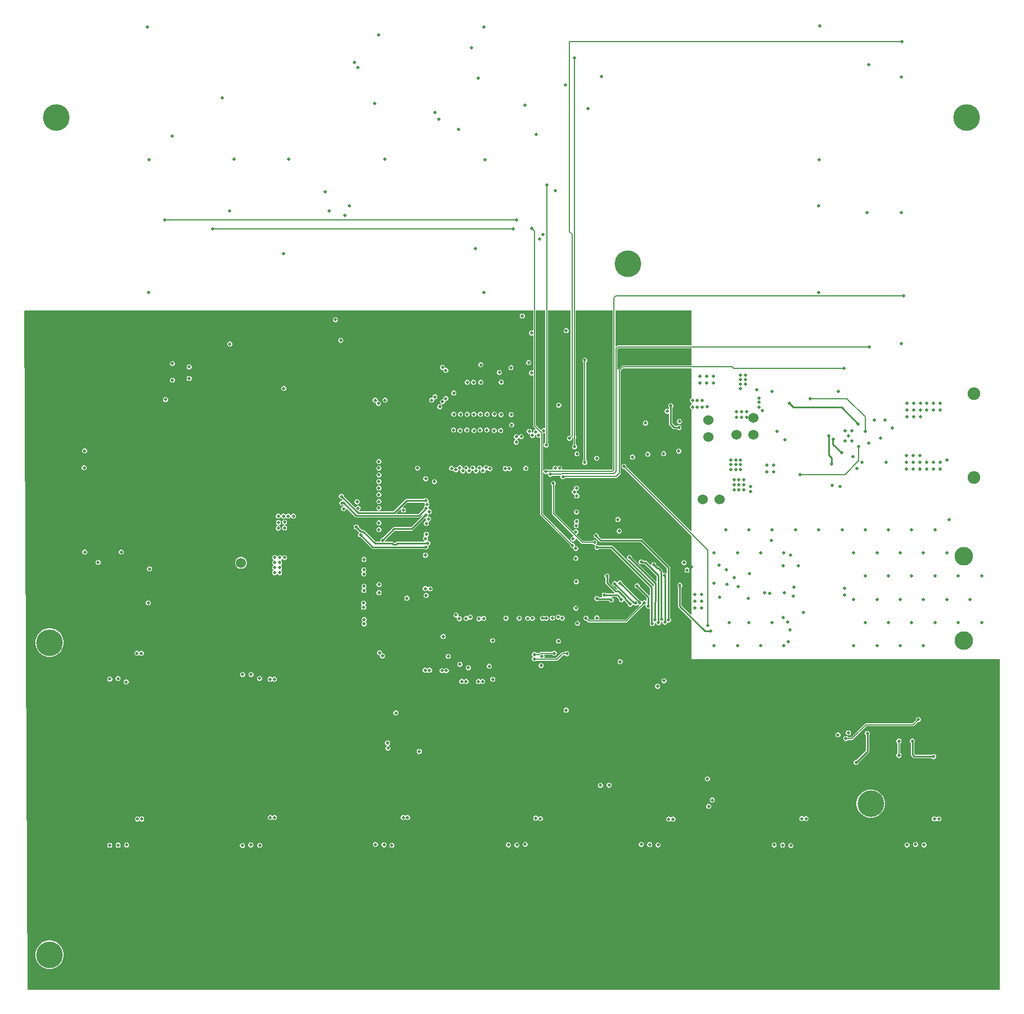
<source format=gbl>
%FSTAX23Y23*%
%MOIN*%
%SFA1B1*%

%IPPOS*%
%ADD16C,0.010000*%
%ADD18C,0.006000*%
%ADD140C,0.008000*%
%ADD148C,0.110236*%
%ADD149C,0.074803*%
%ADD150C,0.060000*%
%ADD151C,0.019685*%
%ADD152C,0.157480*%
%LNmdriver2_control-1*%
%LPD*%
G36*
X03014Y03909D02*
X0301Y03907D01*
X03007Y03908*
X03001*
X02996Y03906*
X02992Y03901*
X02989Y03896*
Y0389*
X02992Y03885*
X02996Y0388*
X03001Y03878*
X03007*
X0301Y03879*
X03014Y03877*
Y03672*
X0301Y0367*
X03007Y03671*
X03001*
X02995Y03669*
X02991Y03665*
X02989Y03659*
Y03653*
X02991Y03648*
X02995Y03644*
X03001Y03641*
X03007*
X0301Y03643*
X03014Y0364*
Y03344*
Y03344*
X03015Y03341*
X03016Y03338*
X03028Y03326*
X03027Y03322*
X03026*
X03021Y0332*
X03017Y03316*
X03014Y03311*
Y03305*
X03012Y03302*
X03008Y03302*
X03006Y03305*
X03007Y03307*
Y03313*
X03005Y03319*
X03001Y03323*
X02995Y03325*
X02989*
X02984Y03323*
X0298Y03319*
X02977Y03313*
Y03307*
X0298Y03302*
X02984Y03298*
X02989Y03295*
X02993*
X02996Y03292*
X02996Y03292*
X02995Y03289*
Y03283*
X02997Y03278*
X03002Y03274*
X03007Y03271*
X03013*
X03018Y03274*
X03023Y03278*
X03025Y03283*
Y03289*
X03028Y0329*
X03031Y03287*
Y03284*
X03034Y03278*
X03038Y03274*
X03043Y03272*
X03049*
X03052Y03273*
X03056Y0327*
Y02818*
X03057Y02815*
X03058Y02812*
X03232Y02638*
X03232Y02638*
Y02632*
X03234Y02626*
X03239Y02622*
X03244Y0262*
X03249*
X0325Y02619*
X03253Y02617*
Y02613*
X03255Y02607*
X03259Y02603*
X03265Y02601*
X0327*
X03276Y02603*
X0328Y02607*
X03282Y02613*
Y02619*
X0328Y02624*
X03276Y02628*
X0327Y02631*
X03266*
X03264Y02631*
X03262Y02634*
Y02638*
X0326Y02643*
X03255Y02647*
X0325Y0265*
X03244*
X03244Y0265*
X03072Y02821*
Y03066*
X03076Y03067*
X03077Y03064*
X03082Y0306*
X03087Y03058*
X03093*
X03098Y0306*
X031Y03059*
X031Y03059*
X03102Y03058*
Y03053*
X03104Y03047*
X03108Y03043*
X03113Y03041*
X03119*
X03125Y03043*
X03129Y03047*
X03129Y03047*
X03174*
X03176Y03044*
X03176Y03044*
Y03038*
X03178Y03033*
X03182Y03028*
X03188Y03026*
X03194*
X03199Y03028*
X03203Y03033*
X03204Y03034*
X03505*
X03508Y03035*
X03511Y03037*
X03531Y03057*
X03532Y03059*
X03533Y03062*
Y03669*
X03548Y03684*
X03952*
Y03509*
X03949Y03507*
X03945Y03503*
X03943Y03498*
Y03492*
X03945Y03486*
X03949Y03482*
X03952Y03481*
Y03469*
X03949Y03468*
X03945Y03464*
X03943Y03458*
Y03452*
X03945Y03447*
X03949Y03443*
X03952Y03442*
Y02721*
X03948Y0272*
X03567Y03101*
Y03106*
X03565Y03111*
X03561Y03115*
X03555Y03118*
X0355*
X03544Y03115*
X0354Y03111*
X03538Y03106*
Y031*
X0354Y03094*
X03544Y0309*
X0355Y03088*
X03554*
X03952Y0269*
Y02225*
X03948Y02224*
X03893Y02279*
Y02386*
X03896Y02389*
X03898Y02394*
Y024*
X03896Y02405*
X03892Y0241*
X03886Y02412*
X0388*
X03875Y0241*
X03871Y02405*
X03868Y024*
Y02394*
X03871Y02389*
X03873Y02386*
Y02275*
X03874Y02271*
X03876Y02267*
X03952Y02191*
Y0196*
X05779*
Y0*
X00019*
X0Y04024*
X00003Y04027*
X03014*
Y03909*
G37*
G36*
X03952Y03819D02*
X03515D01*
X03512Y03818*
X03509Y03816*
X03505Y03812*
X03501Y03813*
Y04027*
X03952*
Y03819*
G37*
G36*
Y037D02*
X03545D01*
X03542Y037*
X03539Y03698*
X03519Y03678*
X03517Y03676*
X03513Y03676*
Y03797*
X03518Y03802*
X03952*
Y037*
G37*
G36*
X03086Y03331D02*
X03082Y03329D01*
X03079Y0333*
X03073*
X03068Y03328*
X03064Y03323*
X03063Y0332*
X03058Y0332*
X0303Y03347*
Y04027*
X03086*
Y03331*
G37*
G36*
X03485Y03088D02*
X0348Y03082D01*
X03186*
X03184Y03086*
X03186Y0309*
Y03096*
X03183Y03101*
X03179Y03105*
X03174Y03108*
X03168*
X03162Y03105*
X0316Y03103*
X03158Y03101*
X03155Y03103*
X03153Y03104*
X03148Y03107*
X03142*
X03136Y03104*
X03132Y031*
X0313Y03095*
Y03089*
X03131Y03086*
X03129Y03082*
X03125*
X03124Y03082*
X03102*
X03098Y03085*
X03093Y03088*
X03087*
X03082Y03085*
X03077Y03081*
X03076Y03078*
X03072Y03079*
Y03285*
X03072Y03286*
Y03296*
X03073Y033*
X03076*
X03079*
X03082Y03301*
X03086Y03299*
Y03243*
X03083Y03242*
X03079Y03238*
X03077Y03233*
Y03227*
X03079Y03221*
X03083Y03217*
X03089Y03215*
X03095*
X031Y03217*
X03104Y03221*
X03107Y03227*
Y03233*
X03104Y03238*
X03102Y0324*
Y04027*
X03139*
X03237*
Y03288*
X03233Y03284*
X03233Y03284*
X03227*
X03221Y03282*
X03217Y03277*
X03215Y03272*
Y03266*
X03217Y03261*
X03221Y03256*
X03227Y03254*
X03233*
X03238Y03256*
X03242Y03261*
X03245Y03266*
Y03272*
X03244Y03272*
X03247Y03275*
X03251Y03274*
Y03271*
X03251Y03269*
Y03233*
X03251Y03232*
X03247Y03228*
X03244Y03223*
Y03217*
X03247Y03211*
X03251Y03207*
X03256Y03205*
X03262*
X03268Y03207*
X03272Y03211*
X03274Y03217*
Y03223*
X03272Y03228*
X03268Y03232*
X03267Y03233*
Y03267*
X03268Y03269*
Y03283*
X03267Y03285*
Y04027*
X03344*
X03485*
Y03088*
G37*
%LNmdriver2_control-2*%
%LPC*%
G36*
X02953Y04008D02*
X02947D01*
X02941Y04006*
X02937Y04002*
X02935Y03996*
Y0399*
X02937Y03985*
X02941Y03981*
X02947Y03979*
X02953*
X02958Y03981*
X02962Y03985*
X02965Y0399*
Y03996*
X02962Y04002*
X02958Y04006*
X02953Y04008*
G37*
G36*
X01845Y03987D02*
X01839D01*
X01834Y03985*
X0183Y03981*
X01828Y03976*
Y0397*
X0183Y03964*
X01834Y0396*
X01839Y03958*
X01845*
X01851Y0396*
X01855Y03964*
X01857Y0397*
Y03976*
X01855Y03981*
X01851Y03985*
X01845Y03987*
G37*
G36*
X01877Y03865D02*
X01871D01*
X01866Y03863*
X01862Y03858*
X01859Y03853*
Y03847*
X01862Y03842*
X01866Y03837*
X01871Y03835*
X01877*
X01882Y03837*
X01887Y03842*
X01889Y03847*
Y03853*
X01887Y03858*
X01882Y03863*
X01877Y03865*
G37*
G36*
X0122Y03843D02*
X01214D01*
X01208Y0384*
X01204Y03836*
X01202Y03831*
Y03825*
X01204Y03819*
X01208Y03815*
X01214Y03813*
X0122*
X01225Y03815*
X01229Y03819*
X01231Y03825*
Y03831*
X01229Y03836*
X01225Y0384*
X0122Y03843*
G37*
G36*
X02991Y03732D02*
X02985D01*
X02979Y0373*
X02975Y03725*
X02973Y0372*
Y03714*
X02975Y03709*
X02979Y03704*
X02985Y03702*
X02991*
X02996Y03704*
X03Y03709*
X03003Y03714*
Y0372*
X03Y03725*
X02996Y0373*
X02991Y03732*
G37*
G36*
X0088Y03727D02*
X00874D01*
X00869Y03725*
X00865Y0372*
X00862Y03715*
Y03709*
X00865Y03704*
X00869Y03699*
X00874Y03697*
X0088*
X00886Y03699*
X0089Y03704*
X00892Y03709*
Y03715*
X0089Y0372*
X00886Y03725*
X0088Y03727*
G37*
G36*
X02707Y0372D02*
X02701D01*
X02695Y03718*
X02691Y03714*
X02689Y03708*
Y03703*
X02691Y03697*
X02695Y03693*
X02701Y03691*
X02707*
X02712Y03693*
X02716Y03697*
X02718Y03703*
Y03708*
X02716Y03714*
X02712Y03718*
X02707Y0372*
G37*
G36*
X00979Y03707D02*
X00973D01*
X00967Y03705*
X00963Y03701*
X00961Y03695*
Y03689*
X00963Y03684*
X00967Y0368*
X00973Y03677*
X00979*
X00984Y0368*
X00988Y03684*
X00991Y03689*
Y03695*
X00988Y03701*
X00984Y03705*
X00979Y03707*
G37*
G36*
X02885Y03702D02*
X0288D01*
X02874Y037*
X0287Y03695*
X02868Y0369*
Y03684*
X0287Y03679*
X02874Y03674*
X0288Y03672*
X02885*
X02891Y03674*
X02895Y03679*
X02897Y03684*
Y0369*
X02895Y03695*
X02891Y037*
X02885Y03702*
G37*
G36*
X02481Y03704D02*
X02475D01*
X02469Y03702*
X02465Y03698*
X02463Y03692*
Y03686*
X02465Y03681*
X02469Y03677*
X02475Y03674*
X02481*
X02481Y03671*
Y03668*
X02484Y03663*
X02488Y03659*
X02493Y03657*
X02499*
X02504Y03659*
X02509Y03663*
X02511Y03668*
Y03674*
X02509Y0368*
X02504Y03684*
X02499Y03686*
X02493*
X02493Y0369*
Y03692*
X0249Y03698*
X02486Y03702*
X02481Y03704*
G37*
G36*
X02817Y03675D02*
X02811D01*
X02806Y03672*
X02802Y03668*
X02799Y03663*
Y03657*
X02802Y03651*
X02806Y03647*
X02811Y03645*
X02817*
X02823Y03647*
X02827Y03651*
X02829Y03657*
Y03663*
X02827Y03668*
X02823Y03672*
X02817Y03675*
G37*
G36*
X00979Y03638D02*
X00973D01*
X00967Y03636*
X00963Y03632*
X00961Y03626*
Y0362*
X00963Y03615*
X00967Y03611*
X00973Y03609*
X00979*
X00984Y03611*
X00988Y03615*
X00991Y0362*
Y03626*
X00988Y03632*
X00984Y03636*
X00979Y03638*
G37*
G36*
X0088Y03628D02*
X00874D01*
X00869Y03626*
X00865Y03622*
X00862Y03616*
Y03611*
X00865Y03605*
X00869Y03601*
X00874Y03599*
X0088*
X00886Y03601*
X0089Y03605*
X00892Y03611*
Y03616*
X0089Y03622*
X00886Y03626*
X0088Y03628*
G37*
G36*
X02828Y03617D02*
X02822D01*
X02817Y03614*
X02813Y0361*
X0281Y03605*
Y03599*
X02813Y03593*
X02817Y03589*
X02822Y03587*
X02828*
X02834Y03589*
X02838Y03593*
X0284Y03599*
Y03605*
X02838Y0361*
X02834Y03614*
X02828Y03617*
G37*
G36*
X02707Y03616D02*
X02701D01*
X02695Y03614*
X02691Y03609*
X02689Y03604*
Y03598*
X02691Y03593*
X02695Y03588*
X02701Y03586*
X02707*
X02712Y03588*
X02716Y03593*
X02718Y03598*
Y03604*
X02716Y03609*
X02712Y03614*
X02707Y03616*
G37*
G36*
X02664Y03616D02*
X02658D01*
X02652Y03613*
X02648Y03609*
X02646Y03604*
Y03598*
X02648Y03592*
X02652Y03588*
X02658Y03586*
X02664*
X02669Y03588*
X02673Y03592*
X02676Y03598*
Y03604*
X02673Y03609*
X02669Y03613*
X02664Y03616*
G37*
G36*
X02627D02*
X02621D01*
X02616Y03613*
X02612Y03609*
X0261Y03604*
Y03598*
X02612Y03592*
X02616Y03588*
X02621Y03586*
X02627*
X02633Y03588*
X02637Y03592*
X02639Y03598*
Y03604*
X02637Y03609*
X02633Y03613*
X02627Y03616*
G37*
G36*
X0154Y03579D02*
X01534D01*
X01528Y03577*
X01524Y03573*
X01522Y03567*
Y03561*
X01524Y03556*
X01528Y03552*
X01534Y03549*
X0154*
X01545Y03552*
X01549Y03556*
X01552Y03561*
Y03567*
X01549Y03573*
X01545Y03577*
X0154Y03579*
G37*
G36*
X02548Y03552D02*
X02542D01*
X02536Y03549*
X02532Y03545*
X0253Y0354*
Y03534*
X02532Y03528*
X02536Y03524*
X02542Y03522*
X02548*
X02553Y03524*
X02557Y03528*
X02559Y03534*
Y0354*
X02557Y03545*
X02553Y03549*
X02548Y03552*
G37*
G36*
X00839Y03514D02*
X00833D01*
X00827Y03511*
X00823Y03507*
X00821Y03502*
Y03496*
X00823Y0349*
X00827Y03486*
X00833Y03484*
X00839*
X00844Y03486*
X00848Y0349*
X00851Y03496*
Y03502*
X00848Y03507*
X00844Y03511*
X00839Y03514*
G37*
G36*
X02435Y0353D02*
X02429D01*
X02424Y03528*
X0242Y03524*
X02418Y03518*
Y03514*
X02416Y03511*
X02414Y0351*
X0241*
X02404Y03508*
X024Y03504*
X02398Y03498*
Y03492*
X024Y03487*
X02404Y03483*
X0241Y03481*
X02416*
X02421Y03483*
X02425Y03487*
X02428Y03492*
Y03497*
X02429Y03499*
X02431Y035*
X02435*
X02441Y03503*
X02445Y03507*
X02447Y03512*
Y03518*
X02445Y03524*
X02441Y03528*
X02435Y0353*
G37*
G36*
X0214Y0351D02*
X02134D01*
X02129Y03508*
X02125Y03504*
X02122Y03498*
Y03492*
X02125Y03487*
X02129Y03483*
X02134Y03481*
X0214*
X02146Y03483*
X0215Y03487*
X02152Y03492*
Y03498*
X0215Y03504*
X02146Y03508*
X0214Y0351*
G37*
G36*
X025Y0352D02*
X02494D01*
X02489Y03517*
X02484Y03513*
X02482Y03508*
Y03504*
X0248Y03501*
X02478Y03501*
X02474*
X02468Y03498*
X02464Y03494*
X02462Y03489*
Y03483*
X02464Y03477*
X02468Y03474*
X02468Y03473*
X02466Y0347*
X02466Y0347*
X02464Y03471*
X02458*
X02453Y03469*
X02448Y03464*
X02446Y03459*
Y03453*
X02448Y03448*
X02453Y03443*
X02458Y03441*
X02464*
X02469Y03443*
X02473Y03448*
X02476Y03453*
Y03459*
X02473Y03464*
X0247Y03468*
X02469Y03469*
X02471Y03472*
X02472Y03472*
X02474Y03471*
X0248*
X02485Y03473*
X02489Y03477*
X02491Y03483*
Y03487*
X02494Y03489*
X02495Y0349*
X025*
X02505Y03492*
X0251Y03496*
X02512Y03502*
Y03508*
X0251Y03513*
X02505Y03517*
X025Y0352*
G37*
G36*
X02081Y0351D02*
X02075D01*
X0207Y03508*
X02066Y03504*
X02063Y03498*
Y03492*
X02066Y03487*
X0207Y03483*
X02075Y03481*
X02079*
X02082Y03479*
X02083Y03477*
Y03473*
X02085Y03467*
X02089Y03463*
X02095Y03461*
X02101*
X02106Y03463*
X0211Y03467*
X02113Y03473*
Y03479*
X0211Y03484*
X02106Y03488*
X02101Y03491*
X02096*
X02094Y03492*
X02093Y03494*
Y03498*
X02091Y03504*
X02086Y03508*
X02081Y0351*
G37*
G36*
X03832Y03476D02*
X03827D01*
X03821Y03474*
X03817Y0347*
X03815Y03465*
Y03459*
X03817Y03453*
X03818Y03452*
Y03445*
X03814Y03443*
X03811Y03444*
X03805*
X03799Y03442*
X03795Y03437*
X03793Y03432*
Y03426*
X03795Y03421*
X03799Y03416*
X03805Y03414*
X03811*
X03814Y03415*
X03818Y03413*
Y03354*
X03819Y0335*
X03821Y03347*
X03843Y03325*
X03846Y03323*
X0385Y03322*
X03868*
X0387Y0332*
X03875Y03318*
X03881*
X03887Y0332*
X03891Y03325*
X03893Y0333*
Y03336*
X03891Y03341*
X03887Y03346*
X03881Y03348*
X03875*
X0387Y03346*
X03867Y03342*
X03854*
X03838Y03358*
Y03449*
X03842Y03453*
X03844Y03459*
Y03465*
X03842Y0347*
X03838Y03474*
X03832Y03476*
G37*
G36*
X02788Y03427D02*
X02782D01*
X02776Y03424*
X02772Y0342*
X0277Y03415*
Y03409*
X02772Y03403*
X02776Y03399*
X02782Y03397*
X02788*
X02793Y03399*
X02797Y03403*
X028Y03409*
Y03415*
X02797Y0342*
X02793Y03424*
X02788Y03427*
G37*
G36*
X02744Y03426D02*
X02739D01*
X02733Y03424*
X02729Y0342*
X02727Y03414*
Y03408*
X02729Y03403*
X02733Y03399*
X02739Y03396*
X02744*
X0275Y03399*
X02754Y03403*
X02756Y03408*
Y03414*
X02754Y0342*
X0275Y03424*
X02744Y03426*
G37*
G36*
X02705D02*
X02699D01*
X02694Y03424*
X0269Y0342*
X02687Y03414*
Y03408*
X0269Y03403*
X02694Y03399*
X02699Y03396*
X02705*
X02711Y03399*
X02715Y03403*
X02717Y03408*
Y03414*
X02715Y0342*
X02711Y03424*
X02705Y03426*
G37*
G36*
X02666D02*
X0266D01*
X02654Y03424*
X0265Y0342*
X02648Y03414*
Y03408*
X0265Y03403*
X02654Y03399*
X0266Y03396*
X02666*
X02671Y03399*
X02675Y03403*
X02678Y03408*
Y03414*
X02675Y0342*
X02671Y03424*
X02666Y03426*
G37*
G36*
X02587D02*
X02581D01*
X02576Y03424*
X02571Y0342*
X02569Y03414*
Y03408*
X02571Y03403*
X02576Y03399*
X02581Y03396*
X02587*
X02592Y03399*
X02597Y03403*
X02599Y03408*
Y03414*
X02597Y0342*
X02592Y03424*
X02587Y03426*
G37*
G36*
X02548D02*
X02542D01*
X02536Y03424*
X02532Y0342*
X0253Y03414*
Y03408*
X02532Y03403*
X02536Y03399*
X02542Y03396*
X02548*
X02553Y03399*
X02557Y03403*
X02559Y03408*
Y03414*
X02557Y0342*
X02553Y03424*
X02548Y03426*
G37*
G36*
X02626Y03426D02*
X0262D01*
X02615Y03424*
X02611Y0342*
X02609Y03414*
Y03408*
X02611Y03403*
X02615Y03399*
X0262Y03396*
X02626*
X02632Y03399*
X02636Y03403*
X02638Y03408*
Y03414*
X02636Y0342*
X02632Y03424*
X02626Y03426*
G37*
G36*
X02827Y03424D02*
X02821D01*
X02816Y03422*
X02812Y03418*
X02809Y03412*
Y03406*
X02812Y03401*
X02816Y03397*
X02821Y03394*
X02827*
X02833Y03397*
X02837Y03401*
X02839Y03406*
Y03412*
X02837Y03418*
X02833Y03422*
X02827Y03424*
G37*
G36*
X02887Y03424D02*
X02881D01*
X02876Y03422*
X02872Y03418*
X02869Y03412*
Y03406*
X02872Y03401*
X02876Y03397*
X02881Y03394*
X02887*
X02893Y03397*
X02897Y03401*
X02899Y03406*
Y03412*
X02897Y03418*
X02893Y03422*
X02887Y03424*
G37*
G36*
X03884Y03385D02*
X03878D01*
X03872Y03382*
X03868Y03378*
X03866Y03373*
Y03367*
X03868Y03361*
X03872Y03357*
X03878Y03355*
X03884*
X03889Y03357*
X03893Y03361*
X03895Y03367*
Y03373*
X03893Y03378*
X03889Y03382*
X03884Y03385*
G37*
G36*
X03682Y03374D02*
X03676D01*
X03671Y03372*
X03667Y03367*
X03664Y03362*
Y03356*
X03667Y03351*
X03671Y03346*
X03676Y03344*
X03682*
X03688Y03346*
X03692Y03351*
X03694Y03356*
Y03362*
X03692Y03367*
X03688Y03372*
X03682Y03374*
G37*
G36*
X0289Y03363D02*
X02884D01*
X02879Y03361*
X02875Y03357*
X02872Y03351*
Y03345*
X02875Y0334*
X02879Y03336*
X02884Y03334*
X0289*
X02896Y03336*
X029Y0334*
X02902Y03345*
Y03351*
X029Y03357*
X02896Y03361*
X0289Y03363*
G37*
G36*
X02742Y03333D02*
X02737D01*
X02731Y03331*
X02727Y03327*
X02725Y03321*
Y03315*
X02727Y0331*
X02731Y03306*
X02737Y03303*
X02742*
X02748Y03306*
X02752Y0331*
X02754Y03315*
Y03321*
X02752Y03327*
X02748Y03331*
X02742Y03333*
G37*
G36*
X02703D02*
X02697D01*
X02692Y03331*
X02688Y03327*
X02685Y03321*
Y03315*
X02688Y0331*
X02692Y03306*
X02697Y03303*
X02703*
X02709Y03306*
X02713Y0331*
X02715Y03315*
Y03321*
X02713Y03327*
X02709Y03331*
X02703Y03333*
G37*
G36*
X02624D02*
X02618D01*
X02613Y03331*
X02609Y03327*
X02607Y03321*
Y03315*
X02609Y0331*
X02613Y03306*
X02618Y03303*
X02624*
X0263Y03306*
X02634Y0331*
X02636Y03315*
Y03321*
X02634Y03327*
X0263Y03331*
X02624Y03333*
G37*
G36*
X02546D02*
X0254D01*
X02534Y03331*
X0253Y03327*
X02528Y03321*
Y03315*
X0253Y0331*
X02534Y03306*
X0254Y03303*
X02546*
X02551Y03306*
X02555Y0331*
X02557Y03315*
Y03321*
X02555Y03327*
X02551Y03331*
X02546Y03333*
G37*
G36*
X02825Y03329D02*
X02819D01*
X02814Y03327*
X0281Y03323*
X02807Y03317*
Y03311*
X0281Y03306*
X02814Y03302*
X02819Y03299*
X02825*
X02831Y03302*
X02835Y03306*
X02837Y03311*
Y03317*
X02835Y03323*
X02831Y03327*
X02825Y03329*
G37*
G36*
X02786D02*
X0278D01*
X02774Y03327*
X0277Y03323*
X02768Y03317*
Y03311*
X0277Y03306*
X02774Y03302*
X0278Y03299*
X02786*
X02791Y03302*
X02795Y03306*
X02798Y03311*
Y03317*
X02795Y03323*
X02791Y03327*
X02786Y03329*
G37*
G36*
X02668D02*
X02662D01*
X02656Y03327*
X02652Y03323*
X0265Y03317*
Y03311*
X02652Y03306*
X02656Y03302*
X02662Y03299*
X02668*
X02673Y03302*
X02677Y03306*
X0268Y03311*
Y03317*
X02677Y03323*
X02673Y03327*
X02668Y03329*
G37*
G36*
X02585D02*
X02579D01*
X02574Y03327*
X02569Y03323*
X02567Y03317*
Y03311*
X02569Y03306*
X02574Y03302*
X02579Y03299*
X02585*
X0259Y03302*
X02595Y03306*
X02597Y03311*
Y03317*
X02595Y03323*
X0259Y03327*
X02585Y03329*
G37*
G36*
X02947Y03294D02*
X02941D01*
X02936Y03291*
X02932Y03287*
X02931Y03287*
X02927*
X02927Y03287*
X02923Y03291*
X02918Y03294*
X02912*
X02906Y03291*
X02902Y03287*
X029Y03282*
Y03276*
X02902Y0327*
X02906Y03266*
X0291Y03265*
X0291Y03263*
X0291Y03261*
X02905Y03259*
X02901Y03254*
X02899Y03249*
Y03243*
X02901Y03238*
X02905Y03233*
X02911Y03231*
X02916*
X02922Y03233*
X02926Y03238*
X02928Y03243*
Y03249*
X02926Y03254*
X02922Y03259*
X02918Y0326*
X02918Y03261*
X02918Y03264*
X02923Y03266*
X02927Y0327*
X02927Y03271*
X02931*
X02932Y0327*
X02936Y03266*
X02941Y03264*
X02947*
X02953Y03266*
X02957Y0327*
X02959Y03276*
Y03282*
X02957Y03287*
X02953Y03291*
X02947Y03294*
G37*
G36*
X0036Y03209D02*
X00354D01*
X00348Y03207*
X00344Y03203*
X00342Y03197*
Y03191*
X00344Y03186*
X00348Y03182*
X00354Y0318*
X0036*
X00365Y03182*
X00369Y03186*
X00372Y03191*
Y03197*
X00369Y03203*
X00365Y03207*
X0036Y03209*
G37*
G36*
X03879Y03208D02*
X03873D01*
X03868Y03206*
X03864Y03202*
X03861Y03196*
Y0319*
X03864Y03185*
X03868Y03181*
X03873Y03178*
X03879*
X03885Y03181*
X03889Y03185*
X03891Y0319*
Y03196*
X03889Y03202*
X03885Y03206*
X03879Y03208*
G37*
G36*
X03789Y03192D02*
X03783D01*
X03778Y0319*
X03774Y03185*
X03772Y0318*
Y03174*
X03774Y03169*
X03778Y03164*
X03783Y03162*
X03789*
X03795Y03164*
X03799Y03169*
X03801Y03174*
Y0318*
X03799Y03185*
X03795Y0319*
X03789Y03192*
G37*
G36*
X03696Y03189D02*
X0369D01*
X03685Y03187*
X03681Y03182*
X03678Y03177*
Y03171*
X03681Y03166*
X03685Y03161*
X0369Y03159*
X03696*
X03702Y03161*
X03706Y03166*
X03708Y03171*
Y03177*
X03706Y03182*
X03702Y03187*
X03696Y03189*
G37*
G36*
X03606Y03173D02*
X036D01*
X03595Y03171*
X0359Y03166*
X03588Y03161*
Y03155*
X0359Y0315*
X03595Y03145*
X036Y03143*
X03606*
X03611Y03145*
X03616Y0315*
X03618Y03155*
Y03161*
X03616Y03166*
X03611Y03171*
X03606Y03173*
G37*
G36*
X02103Y03146D02*
X02097D01*
X02092Y03144*
X02088Y0314*
X02085Y03134*
Y03128*
X02088Y03123*
X02092Y03119*
X02097Y03116*
X02103*
X02109Y03119*
X02113Y03123*
X02115Y03128*
Y03134*
X02113Y0314*
X02109Y03144*
X02103Y03146*
G37*
G36*
X02738Y03111D02*
X02732D01*
X02726Y03108*
X02722Y03104*
X0272Y03099*
Y03095*
X02719Y03093*
X02716Y03092*
X02713*
X02711Y03093*
Y03097*
X02709Y03102*
X02705Y03106*
X02699Y03108*
X02693*
X02688Y03106*
X02684Y03102*
X02681Y03097*
Y03095*
X02679Y03091*
X02673*
X02671Y03092*
Y03096*
X02669Y03101*
X02665Y03106*
X0266Y03108*
X02654*
X02648Y03106*
X02644Y03101*
X02642Y03096*
Y03093*
X02638Y0309*
X02637Y03091*
X02631*
X02631Y03091*
Y03096*
X02629Y03101*
X02625Y03105*
X02619Y03108*
X02613*
X02608Y03105*
X02604Y03101*
X02601Y03096*
Y03091*
X02601Y03091*
X02596*
X02595Y03091*
Y03097*
X02593Y03103*
X02589Y03107*
X02583Y03109*
X02577*
X02572Y03107*
X02568Y03103*
X02565Y03097*
X02561Y03096*
X02559Y03097*
X02554*
X02549Y03095*
X02548Y03095*
X02545Y03097*
X02543Y031*
X02539Y03104*
X02534Y03106*
X02528*
X02522Y03104*
X02518Y031*
X02516Y03094*
Y03088*
X02518Y03083*
X02522Y03079*
X02528Y03076*
X02534*
X02538Y03078*
X0254Y03078*
X02543Y03076*
X02544Y03074*
X02548Y03069*
X02554Y03067*
X02559*
X02565Y03069*
X02569Y03074*
X02571Y03079*
X02575Y0308*
X02577Y0308*
X02582*
X02583Y03079*
Y03073*
X02585Y03068*
X02589Y03063*
X02595Y03061*
X02601*
X02606Y03063*
X0261Y03068*
X02612Y03073*
Y03078*
X02613Y03078*
X02619*
X02619Y03078*
Y03073*
X02621Y03067*
X02626Y03063*
X02631Y03061*
X02637*
X02642Y03063*
X02647Y03067*
X02649Y03073*
Y03076*
X02653Y03079*
X02654Y03078*
X0266*
X02662Y03077*
Y03073*
X02664Y03068*
X02668Y03064*
X02673Y03061*
X02679*
X02685Y03064*
X02689Y03068*
X02691Y03073*
Y03075*
X02693Y03079*
X02699*
X02701Y03077*
Y03074*
X02704Y03068*
X02708Y03064*
X02713Y03062*
X02719*
X02725Y03064*
X02729Y03068*
X02731Y03074*
Y03077*
X02732Y0308*
X02735Y03081*
X02738*
X02743Y03083*
X02745Y03083*
X02746Y0308*
X0275Y03076*
X02755Y03074*
X02761*
X02767Y03076*
X02771Y0308*
X02773Y03086*
Y03092*
X02771Y03097*
X02767Y03101*
X02761Y03104*
X02755*
X0275Y03101*
X02748Y03102*
X02747Y03104*
X02743Y03108*
X02738Y03111*
G37*
G36*
X00357Y03109D02*
X00351D01*
X00346Y03107*
X00341Y03103*
X00339Y03097*
Y03091*
X00341Y03086*
X00346Y03082*
X00351Y0308*
X00357*
X00362Y03082*
X00367Y03086*
X00369Y03091*
Y03097*
X00367Y03103*
X00362Y03107*
X00357Y03109*
G37*
G36*
X02332Y03108D02*
X02326D01*
X02321Y03105*
X02316Y03101*
X02314Y03096*
Y0309*
X02316Y03084*
X02321Y0308*
X02326Y03078*
X02332*
X02337Y0308*
X02342Y03084*
X02344Y0309*
Y03096*
X02342Y03101*
X02337Y03105*
X02332Y03108*
G37*
G36*
X02103Y03107D02*
X02097D01*
X02092Y03104*
X02088Y031*
X02085Y03095*
Y03089*
X02088Y03083*
X02092Y03079*
X02097Y03077*
X02103*
X02109Y03079*
X02113Y03083*
X02115Y03089*
Y03095*
X02113Y031*
X02109Y03104*
X02103Y03107*
G37*
G36*
X02974Y03106D02*
X02968D01*
X02962Y03103*
X02958Y03099*
X02956Y03094*
Y03088*
X02958Y03082*
X02962Y03078*
X02968Y03076*
X02974*
X02979Y03078*
X02983Y03082*
X02986Y03088*
Y03094*
X02983Y03099*
X02979Y03103*
X02974Y03106*
G37*
G36*
X02852Y03105D02*
X02846D01*
X0284Y03103*
X02836Y03099*
X02834Y03093*
Y03087*
X02836Y03082*
X0284Y03078*
X02846Y03075*
X02852*
X02857Y03078*
X0286Y0308*
X02861Y0308*
X02865Y03076*
X02871Y03074*
X02876*
X02882Y03076*
X02886Y0308*
X02888Y03086*
Y03092*
X02886Y03097*
X02882Y03101*
X02876Y03104*
X02871*
X02865Y03101*
X02862Y03098*
X02861Y03099*
X02857Y03103*
X02852Y03105*
G37*
G36*
X02103Y03067D02*
X02097D01*
X02092Y03065*
X02088Y03061*
X02085Y03055*
Y0305*
X02088Y03044*
X02092Y0304*
X02097Y03038*
X02103*
X02109Y0304*
X02113Y03044*
X02115Y0305*
Y03055*
X02113Y03061*
X02109Y03065*
X02103Y03067*
G37*
G36*
X02381Y03044D02*
X02375D01*
X0237Y03042*
X02366Y03038*
X02363Y03032*
Y03026*
X02366Y03021*
X0237Y03017*
X02375Y03015*
X02381*
X02387Y03017*
X02391Y03021*
X02393Y03026*
Y03032*
X02391Y03038*
X02387Y03042*
X02381Y03044*
G37*
G36*
X02103Y03028D02*
X02097D01*
X02092Y03026*
X02088Y03022*
X02085Y03016*
Y0301*
X02088Y03005*
X02092Y03001*
X02097Y02998*
X02103*
X02109Y03001*
X02113Y03005*
X02115Y0301*
Y03016*
X02113Y03022*
X02109Y03026*
X02103Y03028*
G37*
G36*
X02432Y03027D02*
X02426D01*
X02421Y03025*
X02416Y03021*
X02414Y03015*
Y03009*
X02416Y03004*
X02421Y03*
X02426Y02997*
X02432*
X02437Y03*
X02442Y03004*
X02444Y03009*
Y03015*
X02442Y03021*
X02437Y03025*
X02432Y03027*
G37*
G36*
X02103Y02989D02*
X02097D01*
X02092Y02986*
X02088Y02982*
X02085Y02977*
Y02971*
X02088Y02965*
X02092Y02961*
X02097Y02959*
X02103*
X02109Y02961*
X02113Y02965*
X02115Y02971*
Y02977*
X02113Y02982*
X02109Y02986*
X02103Y02989*
G37*
G36*
Y02949D02*
X02097D01*
X02092Y02947*
X02088Y02943*
X02085Y02937*
Y02931*
X02088Y02926*
X02092Y02922*
X02097Y0292*
X02103*
X02109Y02922*
X02113Y02926*
X02115Y02931*
Y02937*
X02113Y02943*
X02109Y02947*
X02103Y02949*
G37*
G36*
X03274Y02988D02*
X03268D01*
X03262Y02986*
X03258Y02982*
X03256Y02976*
Y0297*
X03256Y0297*
X03254Y02966*
X0325Y02964*
X03246Y0296*
X03243Y02954*
Y02948*
X03246Y02943*
X0325Y02939*
X03255Y02937*
X03256*
X03259Y02933*
X03258Y02931*
Y02925*
X0326Y02919*
X03265Y02915*
X0327Y02913*
X03276*
X03281Y02915*
X03286Y02919*
X03288Y02925*
Y02931*
X03286Y02936*
X03281Y0294*
X03276Y02943*
X03275*
X03272Y02947*
X03273Y02948*
Y02954*
X03273Y02955*
X03275Y02959*
X03279Y02961*
X03283Y02965*
X03286Y0297*
Y02976*
X03283Y02982*
X03279Y02986*
X03274Y02988*
G37*
G36*
X02103Y0291D02*
X02097D01*
X02092Y02908*
X02088Y02903*
X02085Y02898*
Y02892*
X02088Y02887*
X02092Y02882*
X02097Y0288*
X02103*
X02109Y02882*
X02113Y02887*
X02115Y02892*
Y02898*
X02113Y02903*
X02109Y02908*
X02103Y0291*
G37*
G36*
X01975Y02908D02*
X01969D01*
X01963Y02906*
X01959Y02901*
X01957Y02896*
Y0289*
X01959Y02885*
X01963Y0288*
X01969Y02878*
X01975*
X0198Y0288*
X01984Y02885*
X01987Y0289*
Y02896*
X01984Y02901*
X0198Y02906*
X01975Y02908*
G37*
G36*
X02103Y0287D02*
X02097D01*
X02092Y02868*
X02088Y02864*
X02085Y02859*
Y02853*
X02088Y02847*
X02092Y02843*
X02097Y02841*
X02103*
X02109Y02843*
X02113Y02847*
X02115Y02853*
Y02859*
X02113Y02864*
X02109Y02868*
X02103Y0287*
G37*
G36*
X03274Y02847D02*
X03268D01*
X03263Y02845*
X03259Y02841*
X03256Y02836*
Y0283*
X03259Y02824*
X03263Y0282*
X03268Y02818*
X03274*
X0328Y0282*
X03284Y02824*
X03286Y0283*
Y02836*
X03284Y02841*
X0328Y02845*
X03274Y02847*
G37*
G36*
X01597Y02823D02*
X01591D01*
X01585Y02821*
X01581Y02816*
X0158Y02815*
X01576*
X01576Y02816*
X01571Y0282*
X01566Y02822*
X0156*
X01555Y0282*
X0155Y02816*
X0155Y02815*
X01546*
X01546Y02816*
X01542Y0282*
X01536Y02822*
X01531*
X01525Y0282*
X01521Y02816*
X01521Y02815*
X01517*
X01517Y02816*
X01512Y0282*
X01507Y02822*
X01501*
X01496Y0282*
X01491Y02816*
X01489Y0281*
Y02804*
X01491Y02799*
X01496Y02795*
X01501Y02792*
X01507*
X01512Y02795*
X01517Y02799*
X01517Y02799*
X01521*
X01521Y02799*
X01525Y02795*
X01531Y02792*
X01536*
X01542Y02795*
X01546Y02799*
X01546Y02799*
X0155*
X0155Y02799*
X01555Y02795*
X0156Y02792*
X01566*
X01571Y02795*
X01576Y02799*
X01576Y028*
X01581*
X01581Y028*
X01585Y02795*
X01591Y02793*
X01597*
X01602Y02795*
X01606Y028*
X01608Y02805*
Y02811*
X01606Y02816*
X01602Y02821*
X01597Y02823*
G37*
G36*
X03519Y02803D02*
X03513D01*
X03508Y028*
X03503Y02796*
X03501Y02791*
Y02785*
X03503Y02779*
X03508Y02775*
X03513Y02773*
X03519*
X03524Y02775*
X03529Y02779*
X03531Y02785*
Y02791*
X03529Y02796*
X03524Y028*
X03519Y02803*
G37*
G36*
X01545Y02787D02*
X01539D01*
X01533Y02785*
X01529Y02781*
X01527Y02775*
Y0277*
X01529Y02764*
X01533Y0276*
X01539Y02758*
X01545*
X0155Y0276*
X01554Y02764*
X01557Y0277*
Y02775*
X01554Y02781*
X0155Y02785*
X01545Y02787*
G37*
G36*
X02103Y02782D02*
X02097D01*
X02092Y0278*
X02088Y02775*
X02085Y0277*
Y02764*
X02088Y02759*
X02092Y02754*
X02097Y02752*
X02103*
X02109Y02754*
X02113Y02759*
X02115Y02764*
Y0277*
X02113Y02775*
X02109Y0278*
X02103Y02782*
G37*
G36*
X01881Y0294D02*
X01875D01*
X0187Y02937*
X01866Y02933*
X01863Y02928*
Y02922*
X01866Y02916*
X0187Y02912*
X01875Y0291*
X01879*
X01886Y02904*
X01884Y02901*
X01883Y029*
X01878*
X01872Y02898*
X01868Y02894*
X01866Y02888*
Y02882*
X01868Y02877*
X01872Y02873*
X01878Y02871*
X01884*
X01889Y02873*
X0189Y02874*
X01894Y0287*
X01892Y02866*
X01889*
X01883Y02864*
X01879Y0286*
X01877Y02854*
Y02848*
X01879Y02843*
X01883Y02839*
X01889Y02836*
X01895*
X019Y02839*
X01904Y02843*
X01906Y02848*
Y02852*
X0191Y02853*
X0196Y02804*
X01963Y02802*
X01967Y02801*
X02338*
X02342Y02802*
X02345Y02804*
X02359Y02818*
X02363Y02816*
X02363Y02814*
X02291Y02742*
X02189*
X02185Y02741*
X02182Y02739*
X02123Y0268*
X0212*
X02115Y02678*
X02111Y02674*
X02108Y02668*
Y02662*
X02109Y0266*
X02107Y02656*
X02082*
X02013Y02724*
X0201Y02726*
X02006Y02727*
X01997*
X01981Y02743*
Y02746*
X01978Y02752*
X01974Y02756*
X01969Y02758*
X01963*
X01957Y02756*
X01953Y02752*
X01951Y02746*
Y0274*
X01953Y02735*
X01957Y02731*
X01963Y02729*
X01966*
X01982Y02713*
X01982Y02708*
X01978Y02705*
X01976Y02699*
Y02693*
X01978Y02688*
X01982Y02684*
X01988Y02682*
X01991*
X02054Y02618*
X02058Y02616*
X02061Y02615*
X02368*
X0237Y02612*
X02376Y0261*
X02382*
X02387Y02612*
X02391Y02616*
X02394Y02622*
Y02628*
X02393Y0263*
X02392Y02633*
X02397Y02635*
X02402Y0264*
X02404Y02645*
Y02651*
X02402Y02656*
X02397Y02661*
X02392Y02663*
X0239*
X02388Y02667*
X02388Y02667*
X02391Y02672*
Y02678*
X02389Y02684*
X0239Y02687*
X02391Y02688*
X02395Y02692*
X02397Y02697*
Y02703*
X02395Y02709*
X02391Y02713*
X02385Y02715*
X02379*
X02374Y02713*
X0237Y02709*
X02367Y02703*
Y02697*
X0237Y02692*
X02368Y02688*
X02368Y02688*
X02363Y02684*
X02361Y02678*
Y02672*
X02363Y02667*
X02368Y02663*
X02369Y02662*
X02369Y02658*
X02209*
X02205Y02657*
X02202Y02655*
X02197Y0265*
X0219*
X02187Y02653*
X02184Y02655*
X0218Y02656*
X0214*
X02137Y0266*
X02138Y02662*
Y02666*
X02193Y02721*
X02295*
X02299Y02722*
X02302Y02724*
X02373Y02796*
X02376Y02796*
X0238Y02793*
Y02787*
X02381Y02783*
X0238Y0278*
X02379Y02779*
X02378*
X02373Y02777*
X02369Y02772*
X02366Y02767*
Y02761*
X02369Y02756*
X02373Y02751*
X02378Y02749*
X02384*
X0239Y02751*
X02394Y02756*
X02396Y02761*
Y02767*
X02394Y02771*
X02396Y02774*
X02396Y02775*
X02397*
X02403Y02778*
X02407Y02782*
X02409Y02787*
Y02793*
X02407Y02799*
X02403Y02803*
X02397Y02805*
X02395*
X02393Y02809*
X02393Y02809*
Y02815*
X02393Y02816*
X02394Y02818*
X02395Y02819*
X02401*
X02406Y02821*
X02411Y02825*
X02413Y02831*
Y02837*
X02411Y02842*
X02406Y02846*
X02401Y02849*
X02397*
X02395Y02849*
X02394Y02852*
Y02855*
X02392Y02859*
X02394Y02864*
X02398Y02868*
X024Y02873*
Y02879*
X02398Y02885*
X02394Y02889*
X02394Y02889*
X02392Y02894*
X02394Y02897*
Y02903*
X02391Y02908*
X02387Y02912*
X02382Y02915*
X02376*
X0237Y02912*
X02367Y02909*
X02264*
X0226Y02908*
X02257Y02906*
X02187Y02836*
X01985*
X01984Y02838*
X01985Y02843*
X01989Y02847*
X01991Y02852*
Y02858*
X01989Y02864*
X01985Y02868*
X0198Y0287*
X01974*
X01968Y02868*
X01964Y02864*
X01963Y02861*
X01958Y0286*
X01893Y02925*
Y02928*
X01891Y02933*
X01887Y02937*
X01881Y0294*
G37*
G36*
X03275Y02791D02*
X03269D01*
X03264Y02789*
X0326Y02785*
X03257Y0278*
Y02774*
X0326Y02768*
X03261Y02767*
X0326Y02763*
X0326Y02763*
X03256Y02759*
X03254Y02753*
Y02747*
X03256Y02742*
X0326Y02738*
X03266Y02736*
X03271*
X03277Y02738*
X03281Y02742*
X03283Y02747*
Y02753*
X03281Y02759*
X0328Y0276*
X03281Y02764*
X03281Y02764*
X03285Y02768*
X03287Y02774*
Y0278*
X03285Y02785*
X03281Y02789*
X03275Y02791*
G37*
G36*
X01544Y02752D02*
X01538D01*
X01533Y0275*
X01529Y02746*
X01527Y0274*
Y02734*
X01529Y02729*
X01533Y02725*
X01538Y02723*
X01544*
X0155Y02725*
X01554Y02729*
X01556Y02734*
Y0274*
X01554Y02746*
X0155Y0275*
X01544Y02752*
G37*
G36*
X01508Y02785D02*
X01503D01*
X01497Y02782*
X01493Y02778*
X01491Y02773*
Y02767*
X01493Y02761*
X01497Y02757*
X01503Y02755*
X01502Y02751*
X01501*
X01496Y02749*
X01492Y02745*
X01489Y02739*
Y02733*
X01492Y02728*
X01496Y02724*
X01501Y02721*
X01507*
X01513Y02724*
X01517Y02728*
X01519Y02733*
Y02739*
X01517Y02745*
X01513Y02749*
X01507Y02751*
X01507Y02755*
X01508*
X01514Y02757*
X01518Y02761*
X0152Y02767*
Y02773*
X01518Y02778*
X01514Y02782*
X01508Y02785*
G37*
G36*
X02103Y02743D02*
X02097D01*
X02092Y0274*
X02088Y02736*
X02085Y02731*
Y02725*
X02088Y02719*
X02092Y02715*
X02097Y02713*
X02103*
X02109Y02715*
X02113Y02719*
X02115Y02725*
Y02731*
X02113Y02736*
X02109Y0274*
X02103Y02743*
G37*
G36*
X03527Y02735D02*
X03521D01*
X03515Y02732*
X03511Y02728*
X03509Y02723*
Y02717*
X03511Y02711*
X03515Y02707*
X03521Y02705*
X03527*
X03532Y02707*
X03536Y02711*
X03538Y02717*
Y02723*
X03536Y02728*
X03532Y02732*
X03527Y02735*
G37*
G36*
X00577Y02609D02*
X00571D01*
X00566Y02607*
X00562Y02603*
X00559Y02597*
Y02591*
X00562Y02586*
X00566Y02582*
X00571Y0258*
X00577*
X00583Y02582*
X00587Y02586*
X00589Y02591*
Y02597*
X00587Y02603*
X00583Y02607*
X00577Y02609*
G37*
G36*
X00361D02*
X00355D01*
X00349Y02607*
X00345Y02603*
X00343Y02597*
Y02591*
X00345Y02586*
X00349Y02582*
X00355Y0258*
X00361*
X00366Y02582*
X0037Y02586*
X00373Y02591*
Y02597*
X0037Y02603*
X00366Y02607*
X00361Y02609*
G37*
G36*
X01545Y02577D02*
X01539D01*
X01534Y02574*
X01529Y0257*
X01529Y0257*
X01525*
X01525Y0257*
X01521Y02574*
X01515Y02577*
X0151*
X01504Y02574*
X015Y0257*
X015Y0257*
X01496*
X01496Y0257*
X01491Y02574*
X01486Y02577*
X0148*
X01475Y02574*
X0147Y0257*
X01468Y02565*
Y02559*
X0147Y02553*
X01475Y02549*
X01475Y02549*
Y02545*
X01475Y02545*
X0147Y02541*
X01468Y02535*
Y02529*
X0147Y02524*
X01475Y0252*
X01475Y0252*
Y02516*
X01475Y02515*
X0147Y02511*
X01468Y02506*
Y025*
X0147Y02494*
X01475Y0249*
X01475Y0249*
Y02486*
X01475Y02486*
X0147Y02482*
X01468Y02476*
Y0247*
X0147Y02465*
X01475Y02461*
X0148Y02458*
X01486*
X01491Y02461*
X01496Y02465*
X01496Y02465*
X015*
X015Y02465*
X01504Y02461*
X0151Y02458*
X01515*
X01521Y02461*
X01525Y02465*
X01527Y0247*
Y02476*
X01525Y02482*
X01521Y02486*
X01521Y02486*
Y0249*
X01521Y0249*
X01525Y02494*
X01527Y025*
Y02506*
X01525Y02511*
X01521Y02515*
X01521Y02516*
Y0252*
X01521Y0252*
X01525Y02524*
X01527Y02529*
Y02535*
X01525Y02541*
X01521Y02545*
X01521Y02545*
Y02549*
X01521Y02549*
X01525Y02553*
X01525Y02554*
X01529*
X01529Y02553*
X01534Y02549*
X01539Y02547*
X01545*
X0155Y02549*
X01555Y02553*
X01557Y02559*
Y02565*
X01555Y0257*
X0155Y02574*
X01545Y02577*
G37*
G36*
X02379Y02591D02*
X02373D01*
X02367Y02589*
X02363Y02584*
X02361Y02579*
Y02573*
X02363Y02568*
X02367Y02563*
X02373Y02561*
X02379*
X02384Y02563*
X02388Y02568*
X02391Y02573*
Y02579*
X02388Y02584*
X02384Y02589*
X02379Y02591*
G37*
G36*
X03269Y02572D02*
X03264D01*
X03258Y0257*
X03254Y02565*
X03252Y0256*
Y02554*
X03254Y02549*
X03258Y02544*
X03264Y02542*
X03269*
X03275Y02544*
X03279Y02549*
X03281Y02554*
Y0256*
X03279Y02565*
X03275Y0257*
X03269Y02572*
G37*
G36*
X02015Y02566D02*
X02009D01*
X02004Y02564*
X02Y02559*
X01998Y02554*
Y02548*
X02Y02543*
X02004Y02538*
X02009Y02536*
X02015*
X02021Y02538*
X02025Y02543*
X02027Y02548*
Y02554*
X02025Y02559*
X02021Y02564*
X02015Y02566*
G37*
G36*
X0044Y02548D02*
X00434D01*
X00429Y02546*
X00425Y02542*
X00422Y02536*
Y0253*
X00425Y02525*
X00429Y02521*
X00434Y02519*
X0044*
X00446Y02521*
X0045Y02525*
X00452Y0253*
Y02536*
X0045Y02542*
X00446Y02546*
X0044Y02548*
G37*
G36*
X03911Y02548D02*
X03905D01*
X039Y02545*
X03896Y02541*
X03893Y02536*
Y0253*
X03896Y02524*
X039Y0252*
X03905Y02518*
X03911*
X03917Y0252*
X03921Y02524*
X03923Y0253*
Y02536*
X03921Y02541*
X03917Y02545*
X03911Y02548*
G37*
G36*
X01288Y02566D02*
X01279D01*
X0127Y02563*
X01262Y02559*
X01255Y02552*
X01251Y02544*
X01248Y02535*
Y02526*
X01251Y02517*
X01255Y02509*
X01262Y02503*
X0127Y02498*
X01279Y02496*
X01288*
X01297Y02498*
X01305Y02503*
X01311Y02509*
X01316Y02517*
X01318Y02526*
Y02535*
X01316Y02544*
X01311Y02552*
X01305Y02559*
X01297Y02563*
X01288Y02566*
G37*
G36*
X00744Y02509D02*
X00739D01*
X00733Y02507*
X00729Y02503*
X00727Y02497*
Y02491*
X00729Y02486*
X00733Y02482*
X00739Y0248*
X00744*
X0075Y02482*
X00754Y02486*
X00756Y02491*
Y02497*
X00754Y02503*
X0075Y02507*
X00744Y02509*
G37*
G36*
X03929Y02502D02*
X03923D01*
X03917Y02499*
X03913Y02495*
X03911Y0249*
Y02484*
X03913Y02478*
X03917Y02474*
X03923Y02472*
X03929*
X03934Y02474*
X03938Y02478*
X0394Y02484*
Y0249*
X03938Y02495*
X03934Y02499*
X03929Y02502*
G37*
G36*
X02014Y02505D02*
X02008D01*
X02002Y02502*
X01998Y02498*
X01996Y02493*
Y02487*
X01998Y02481*
X02002Y02477*
X01998Y02473*
X01996Y02468*
Y02462*
X01998Y02456*
X02002Y02452*
X02008Y0245*
X02014*
X02019Y02452*
X02023Y02456*
X02026Y02462*
Y02468*
X02023Y02473*
X02019Y02477*
X02023Y02481*
X02026Y02487*
Y02493*
X02023Y02498*
X02019Y02502*
X02014Y02505*
G37*
G36*
X03273Y02434D02*
X03267D01*
X03262Y02432*
X03257Y02428*
X03255Y02422*
Y02416*
X03257Y02411*
X03262Y02407*
X03267Y02404*
X03273*
X03278Y02407*
X03283Y02411*
X03285Y02416*
Y02422*
X03283Y02428*
X03278Y02432*
X03273Y02434*
G37*
G36*
X02104Y02418D02*
X02098D01*
X02093Y02415*
X02089Y02411*
X02087Y02406*
Y024*
X02089Y02394*
X02093Y0239*
X02098Y02388*
X02104*
X0211Y0239*
X02114Y02394*
X02116Y024*
Y02406*
X02114Y02411*
X0211Y02415*
X02104Y02418*
G37*
G36*
X02378Y02393D02*
X02372D01*
X02367Y02391*
X02363Y02387*
X0236Y02381*
Y02375*
X02363Y0237*
X02367Y02366*
X02372Y02364*
X02378*
X02384Y02366*
X02387Y02369*
X02391Y02369*
X02391Y02368*
X02396Y02364*
X02401Y02362*
X02407*
X02412Y02364*
X02417Y02368*
X02419Y02373*
Y02379*
X02417Y02385*
X02412Y02389*
X02407Y02391*
X02401*
X02396Y02389*
X02392Y02386*
X02388Y02386*
X02388Y02387*
X02384Y02391*
X02378Y02393*
G37*
G36*
X02015Y02407D02*
X02009D01*
X02004Y02404*
X02Y024*
X01998Y02395*
Y02389*
X02Y02383*
X02001Y02382*
X02001Y02377*
X01999Y02375*
X01997Y0237*
Y02364*
X01999Y02358*
X02003Y02354*
X02008Y02352*
X02014*
X0202Y02354*
X02024Y02358*
X02026Y02364*
Y0237*
X02024Y02375*
X02023Y02376*
X02023Y02382*
X02025Y02383*
X02027Y02389*
Y02395*
X02025Y024*
X02021Y02404*
X02015Y02407*
G37*
G36*
X02104Y02369D02*
X02098D01*
X02093Y02366*
X02089Y02362*
X02087Y02357*
Y02351*
X02089Y02345*
X02093Y02341*
X02098Y02339*
X02104*
X0211Y02341*
X02114Y02345*
X02116Y02351*
Y02357*
X02114Y02362*
X0211Y02366*
X02104Y02369*
G37*
G36*
X03136Y03017D02*
X0313D01*
X03125Y03015*
X03121Y0301*
X03119Y03005*
Y02999*
X03121Y02994*
X03125Y02989*
X03126Y02989*
Y02822*
X03127Y02818*
X03128Y02816*
X03253Y02691*
X03251Y02687*
X03247*
X03242Y02685*
X03238Y02681*
X03235Y02676*
Y0267*
X03238Y02664*
X03242Y0266*
X03247Y02658*
X03253*
X03259Y0266*
X03263Y02664*
X03265Y0267*
Y02673*
X03269Y02675*
X03298Y02646*
X03301Y02644*
X03304Y02644*
X03365*
X03365Y02643*
X0337Y02639*
X03375Y02637*
X03381*
X03381Y02637*
X03383Y02634*
X0338Y0263*
X03378Y02625*
Y02619*
X0338Y02613*
X03384Y02609*
X0339Y02607*
X03395*
X03401Y02609*
X03403Y02612*
X03476*
X03706Y02382*
Y02338*
X03702Y02337*
X03645Y02393*
Y02397*
X03643Y02402*
X03639Y02406*
X03633Y02409*
X03627*
X03622Y02406*
X03618Y02402*
X03615Y02397*
Y02391*
X03618Y02385*
X03622Y02381*
X03627Y02379*
X03631*
X03686Y02324*
Y02308*
X03682Y02307*
X03682Y02307*
X03676Y02309*
X0367*
X03665Y02307*
X03661Y02304*
X0366Y02303*
X03656Y02303*
X03654Y02306*
X03649Y02308*
X03648*
X03543Y02413*
Y02414*
X03541Y0242*
X03537Y02424*
X03531Y02426*
X03525*
X0352Y02424*
X03516Y0242*
X03514Y02416*
X0351Y02416*
X03506Y0242*
X035Y02422*
X03494*
X03489Y0242*
X03485Y02416*
X03483Y02411*
Y02405*
X03485Y02399*
X03489Y02395*
X03494Y02393*
X03498*
X03514Y02376*
X03513Y02373*
X03506*
X03461Y02417*
Y02441*
X03465Y02444*
X03467Y0245*
Y02456*
X03465Y02461*
X03461Y02465*
X03455Y02468*
X03449*
X03444Y02465*
X0344Y02461*
X03437Y02456*
Y0245*
X0344Y02444*
X03441Y02443*
Y02413*
X03442Y02409*
X03444Y02406*
X03494Y02355*
X03496Y02354*
X03495Y0235*
X03446*
X03444Y02352*
X03439Y02355*
X03433*
X03427Y02352*
X03423Y02348*
X03421Y02343*
Y02337*
X03423Y02332*
X03421Y02328*
X03404*
X03404Y02328*
X03399Y02333*
X03394Y02335*
X03388*
X03383Y02333*
X03378Y02328*
X03376Y02323*
Y02317*
X03378Y02312*
X03383Y02307*
X03388Y02305*
X03394*
X03399Y02307*
X034Y02307*
X034Y02307*
X03462*
X03464Y02302*
X03469Y02298*
X03474Y02296*
X0348*
X03485Y02298*
X0349Y02302*
X03492Y02308*
Y02314*
X0349Y02319*
X03485Y02323*
X0348Y02326*
X0348Y0233*
X03508*
X03513Y02325*
X03514Y02324*
X03522Y02316*
X03522Y02316*
Y0231*
X03524Y02304*
X03528Y023*
X03534Y02298*
X0354*
X03545Y023*
X03549Y02304*
X0355Y02306*
X03554Y02306*
X03574Y02286*
Y02283*
X03576Y02277*
X03581Y02273*
X03586Y02271*
X03592*
X03597Y02273*
X03602Y02277*
X03604Y02282*
X03604Y02283*
X03608Y02284*
X03612Y0228*
X03618Y02277*
X03624*
X03629Y0228*
X03633Y02284*
X03634Y02284*
X03637Y0228*
X03641Y02279*
X03642Y02275*
X03561Y02194*
X03407*
X03405Y02198*
X03406Y02202*
Y02208*
X03404Y02213*
X034Y02217*
X03394Y0222*
X03389*
X03383Y02217*
X03379Y02213*
X03377Y02208*
Y02202*
X03378Y02198*
X03376Y02194*
X03348*
X03342Y022*
X03342Y022*
Y02206*
X0334Y02211*
X03336Y02216*
X0333Y02218*
X03324*
X03319Y02216*
X03315Y02211*
X03312Y02206*
Y022*
X03315Y02195*
X03319Y02191*
X03324Y02188*
X0333*
X0333Y02188*
X03338Y0218*
X03341Y02178*
X03344Y02178*
X03565*
X03568Y02178*
X0357Y0218*
X0367Y0228*
X0367Y0228*
X03676*
X03679Y02281*
X03682Y02278*
X03681Y02277*
Y02271*
X03684Y02266*
X03688Y02261*
X03693Y02259*
X03699*
X03702Y0226*
X03706Y02257*
Y02185*
X03706Y02181*
X03707Y02181*
Y0218*
X03706Y02179*
X03704Y02174*
Y02168*
X03706Y02162*
X0371Y02158*
X03716Y02156*
X03722*
X03727Y02158*
X03731Y02162*
X03734Y02168*
Y02174*
X03733Y02174*
X03736Y02177*
X03739Y02178*
X03742Y02175*
Y02173*
X03744Y02167*
X03749Y02163*
X03754Y02161*
X0376*
X03765Y02163*
X0377Y02167*
X03772Y02173*
Y02178*
X03772Y02179*
X03775Y02181*
X03779*
X0378Y0218*
Y02177*
X03782Y02172*
X03786Y02168*
X03792Y02165*
X03798*
X03803Y02168*
X03807Y02172*
X03809Y02175*
X03813Y02178*
X03813Y02178*
X03819*
X03825Y0218*
X03829Y02184*
X03831Y0219*
Y02196*
X03829Y02201*
X03825Y02204*
Y02503*
X03825Y02507*
X03823Y0251*
X03662Y02671*
X03659Y02673*
X03655Y02674*
X03419*
X03402Y02691*
Y02695*
X034Y02701*
X03396Y02705*
X0339Y02707*
X03384*
X03379Y02705*
X03375Y02701*
X03372Y02695*
Y02689*
X03375Y02684*
X03379Y0268*
X03384Y02677*
X03386*
X03407Y02656*
X03411Y02654*
X03415Y02653*
X03651*
X03805Y02499*
Y02469*
X03801Y02467*
X03799Y02469*
X03794Y02471*
X03788*
X03785Y0247*
X03781Y02472*
Y02483*
X0378Y02487*
X03778Y0249*
X03761Y02507*
X03758Y02509*
X03754Y0251*
X03752*
X03743Y02519*
Y02522*
X03741Y02527*
X03737Y02532*
X03731Y02534*
X03726*
X0372Y02532*
X03716Y02527*
X03714Y02522*
Y0252*
X0371Y02518*
X03686Y02542*
X03683Y02544*
X03679Y02545*
X03666*
X03666Y02545*
X03662Y02549*
X03657Y02551*
X03651*
X03645Y02549*
X03641Y02545*
X03639Y02539*
Y02534*
X03641Y02528*
X03645Y02524*
X03651Y02522*
X03657*
X03662Y02524*
X03663Y02524*
X03674*
X03745Y02453*
Y02422*
X03742Y02421*
X036Y02562*
Y02565*
X03598Y02571*
X03594Y02575*
X03588Y02577*
X03582*
X03577Y02575*
X03573Y02571*
X0357Y02565*
Y02559*
X03573Y02554*
X03577Y0255*
X03582Y02547*
X03586*
X03728Y02405*
Y02393*
X03724Y02392*
X03723Y02393*
X03488Y02629*
X03484Y02631*
X0348Y02632*
X03403*
X03401Y02634*
X03395Y02637*
X0339*
X03389Y02637*
X03387Y0264*
X03391Y02643*
X03393Y02649*
Y02655*
X03391Y0266*
X03386Y02664*
X03381Y02667*
X03375*
X0337Y02664*
X03365Y0266*
X03365Y0266*
X03307*
X03271Y02696*
X03272Y027*
X03275Y02702*
X03279Y02706*
X03282Y02711*
Y02717*
X03279Y02723*
X03275Y02727*
X0327Y02729*
X03264*
X03258Y02727*
X03254Y02723*
X03253Y0272*
X03248Y02719*
X03142Y02825*
Y0299*
X03146Y02994*
X03148Y02999*
Y03005*
X03146Y0301*
X03142Y03015*
X03136Y03017*
G37*
G36*
X02383Y02352D02*
X02377D01*
X02372Y0235*
X02368Y02346*
X02365Y0234*
Y02334*
X02368Y02329*
X02372Y02325*
X02377Y02322*
X02383*
X02389Y02325*
X02393Y02329*
X02395Y02334*
Y0234*
X02393Y02346*
X02389Y0235*
X02383Y02352*
G37*
G36*
X02269Y02336D02*
X02263D01*
X02258Y02333*
X02253Y02329*
X02251Y02324*
Y02318*
X02253Y02312*
X02258Y02308*
X02263Y02306*
X02269*
X02274Y02308*
X02279Y02312*
X02281Y02318*
Y02324*
X02279Y02329*
X02274Y02333*
X02269Y02336*
G37*
G36*
X00737Y02308D02*
X00731D01*
X00725Y02306*
X00721Y02302*
X00719Y02297*
Y02291*
X00721Y02285*
X00725Y02281*
X00731Y02279*
X00737*
X00742Y02281*
X00746Y02285*
X00748Y02291*
Y02297*
X00746Y02302*
X00742Y02306*
X00737Y02308*
G37*
G36*
X02013Y02307D02*
X02007D01*
X02001Y02305*
X01997Y02301*
X01995Y02295*
Y02289*
X01997Y02284*
X02001Y0228*
X01997Y02276*
X01995Y0227*
Y02264*
X01997Y02259*
X02001Y02255*
X02007Y02253*
X02013*
X02018Y02255*
X02022Y02259*
X02024Y02264*
Y0227*
X02022Y02276*
X02018Y0228*
X02022Y02284*
X02024Y02289*
Y02295*
X02022Y02301*
X02018Y02305*
X02013Y02307*
G37*
G36*
X03271Y02277D02*
X03265D01*
X03259Y02274*
X03255Y0227*
X03253Y02265*
Y02259*
X03255Y02253*
X03259Y02249*
X03265Y02247*
X03271*
X03276Y02249*
X0328Y02253*
X03283Y02259*
Y02265*
X0328Y0227*
X03276Y02274*
X03271Y02277*
G37*
G36*
X02645Y02224D02*
X02639D01*
X02634Y02222*
X02629Y02218*
X02629Y02216*
X02625Y02214*
X0262Y02216*
X02614*
X02608Y02214*
X02604Y02209*
X02602Y02204*
Y02198*
X02604Y02193*
X02608Y02188*
X02614Y02186*
X0262*
X02625Y02188*
X02629Y02193*
X0263Y02195*
X02634Y02197*
X02639Y02195*
X02645*
X0265Y02197*
X02655Y02201*
X02657Y02206*
Y02212*
X02655Y02218*
X0265Y02222*
X02645Y02224*
G37*
G36*
X03095Y02217D02*
X03089D01*
X03083Y02215*
X03081Y02212*
X0308*
X03078Y02215*
X03072Y02217*
X03066*
X03061Y02215*
X03057Y0221*
X03054Y02205*
Y02199*
X03057Y02194*
X03061Y02189*
X03066Y02187*
X03072*
X03078Y02189*
X0308Y02192*
X03081*
X03083Y02189*
X03089Y02187*
X03095*
X031Y02189*
X03104Y02194*
X03107Y02199*
Y02205*
X03104Y0221*
X031Y02215*
X03095Y02217*
G37*
G36*
X03013Y02217D02*
X03007D01*
X03002Y02215*
X02998Y02211*
X02997Y02211*
X02993Y02211*
X0299Y02214*
X02985Y02216*
X02979*
X02974Y02214*
X02969Y0221*
X02967Y02204*
Y02199*
X02969Y02193*
X02974Y02189*
X02979Y02187*
X02985*
X0299Y02189*
X02994Y02192*
X02995Y02193*
X02999Y02193*
X03002Y0219*
X03007Y02188*
X03013*
X03019Y0219*
X03023Y02194*
X03025Y02199*
Y02205*
X03023Y02211*
X03019Y02215*
X03013Y02217*
G37*
G36*
X02724Y02216D02*
X02718D01*
X02713Y02214*
X02708Y0221*
X02708Y0221*
X02704Y02209*
X02701Y02212*
X02696Y02214*
X0269*
X02684Y02212*
X0268Y02208*
X02678Y02202*
Y02196*
X0268Y02191*
X02684Y02187*
X0269Y02184*
X02696*
X02701Y02187*
X02705Y02191*
X02705Y02191*
X0271Y02191*
X02713Y02189*
X02718Y02187*
X02724*
X02729Y02189*
X02734Y02193*
X02736Y02199*
Y02204*
X02734Y0221*
X02729Y02214*
X02724Y02216*
G37*
G36*
X03131Y02218D02*
X03125D01*
X0312Y02216*
X03116Y02212*
X03113Y02206*
Y022*
X03116Y02195*
X0312Y02191*
X03125Y02189*
X03131*
X03137Y02191*
X03141Y02195*
X03143Y022*
Y02206*
X03141Y02212*
X03137Y02216*
X03131Y02218*
G37*
G36*
X03166Y02225D02*
X0316D01*
X03154Y02223*
X0315Y02218*
X03148Y02213*
Y02207*
X0315Y02202*
X03154Y02197*
X0316Y02195*
X03166*
X03171Y02197*
X03174Y02197*
X03175Y02195*
X03179Y02191*
X03184Y02188*
X0319*
X03196Y02191*
X032Y02195*
X03202Y022*
Y02206*
X032Y02211*
X03196Y02216*
X0319Y02218*
X03184*
X03179Y02216*
X03176Y02216*
X03175Y02218*
X03171Y02223*
X03166Y02225*
G37*
G36*
X02856Y02218D02*
X0285D01*
X02844Y02216*
X0284Y02211*
X02838Y02206*
Y022*
X0284Y02195*
X02844Y02191*
X0285Y02188*
X02856*
X02861Y02191*
X02865Y02195*
X02868Y022*
Y02206*
X02865Y02211*
X02861Y02216*
X02856Y02218*
G37*
G36*
X02934Y02217D02*
X02928D01*
X02923Y02215*
X02919Y02211*
X02917Y02205*
Y02199*
X02919Y02194*
X02923Y0219*
X02928Y02187*
X02934*
X0294Y0219*
X02944Y02194*
X02946Y02199*
Y02205*
X02944Y02211*
X0294Y02215*
X02934Y02217*
G37*
G36*
X0256Y02237D02*
X02554D01*
X02549Y02235*
X02544Y02231*
X02542Y02225*
Y02219*
X02544Y02214*
X02549Y0221*
X02554Y02207*
X02559*
X02561Y02206*
X02562Y02204*
X02562Y02202*
Y02196*
X02564Y02191*
X02568Y02187*
X02574Y02184*
X02579*
X02585Y02187*
X02589Y02191*
X02591Y02196*
Y02202*
X02589Y02208*
X02585Y02212*
X02579Y02214*
X02574*
X02572Y02216*
X02571Y02217*
X02572Y02219*
Y02225*
X0257Y02231*
X02565Y02235*
X0256Y02237*
G37*
G36*
X0328Y02187D02*
X03274D01*
X03269Y02185*
X03265Y02181*
X03262Y02175*
Y02169*
X03265Y02164*
X03269Y0216*
X03274Y02157*
X0328*
X03286Y0216*
X0329Y02164*
X03292Y02169*
Y02175*
X0329Y02181*
X03286Y02185*
X0328Y02187*
G37*
G36*
X02016Y0221D02*
X0201D01*
X02004Y02207*
X02Y02203*
X01998Y02198*
Y02192*
X02Y02186*
X02004Y02182*
X02Y02178*
X01998Y02173*
Y02167*
X02Y02161*
X02004Y02157*
X0201Y02155*
X02016*
X02021Y02157*
X02025Y02161*
X02028Y02167*
Y02173*
X02025Y02178*
X02021Y02182*
X02025Y02186*
X02028Y02192*
Y02198*
X02025Y02203*
X02021Y02207*
X02016Y0221*
G37*
G36*
X02485Y02109D02*
X02479D01*
X02474Y02106*
X02469Y02102*
X02467Y02097*
Y02091*
X02469Y02085*
X02474Y02081*
X02479Y02079*
X02485*
X0249Y02081*
X02495Y02085*
X02497Y02091*
Y02097*
X02495Y02102*
X0249Y02106*
X02485Y02109*
G37*
G36*
X02778Y02085D02*
X02772D01*
X02766Y02083*
X02762Y02079*
X0276Y02074*
Y02068*
X02762Y02062*
X02766Y02058*
X02772Y02056*
X02778*
X02783Y02058*
X02787Y02062*
X0279Y02068*
Y02074*
X02787Y02079*
X02783Y02083*
X02778Y02085*
G37*
G36*
X03166Y02081D02*
X03161D01*
X03155Y02079*
X03151Y02075*
X03149Y02069*
Y02063*
X03151Y02058*
X03155Y02054*
X03161Y02052*
X03166*
X03172Y02054*
X03176Y02058*
X03178Y02063*
Y02069*
X03176Y02075*
X03172Y02079*
X03166Y02081*
G37*
G36*
X00696Y0201D02*
X0069D01*
X00685Y02008*
X00683Y02006*
X0068Y02004*
X00677Y02006*
X00675Y02008*
X0067Y0201*
X00664*
X00659Y02008*
X00654Y02003*
X00652Y01998*
Y01992*
X00654Y01987*
X00659Y01982*
X00664Y0198*
X0067*
X00675Y01982*
X00677Y01984*
X0068Y01986*
X00683Y01984*
X00685Y01982*
X0069Y0198*
X00696*
X00701Y01982*
X00706Y01987*
X00708Y01992*
Y01998*
X00706Y02003*
X00701Y02008*
X00696Y0201*
G37*
G36*
X03143Y0201D02*
X03137D01*
X03132Y02007*
X03127Y02003*
X03127Y02003*
X03059*
X03056Y02002*
X03053Y02001*
X03049Y01996*
X03034*
X03034Y01996*
X03029Y02*
X03024Y02003*
X03018*
X03013Y02*
X03008Y01996*
X03006Y01991*
Y01985*
X03008Y01979*
X03011Y01977*
X03012Y01975*
X03011Y01972*
X03009Y0197*
X03007Y01964*
Y01958*
X03009Y01953*
X03013Y01949*
X03019Y01947*
X03025*
X0303Y01949*
X03032Y01951*
X03155*
X03158Y01952*
X03161Y01953*
X03192Y01985*
X03201*
X03201Y01985*
X03205Y0198*
X03211Y01978*
X03217*
X03222Y0198*
X03226Y01985*
X03229Y0199*
Y01996*
X03226Y02001*
X03222Y02006*
X03217Y02008*
X03211*
X03205Y02006*
X03201Y02001*
X03201Y02001*
X03189*
X03186Y02*
X03183Y01999*
X03152Y01967*
X03083*
X0308Y01971*
X03081Y01974*
Y0198*
X0308Y01983*
X03083Y01987*
X03127*
X03127Y01986*
X03132Y01982*
X03137Y0198*
X03143*
X03148Y01982*
X03152Y01986*
X03155Y01992*
Y01998*
X03152Y02003*
X03148Y02007*
X03143Y0201*
G37*
G36*
X00157Y02142D02*
X00141D01*
X00125Y02139*
X00109Y02133*
X00096Y02123*
X00084Y02112*
X00075Y02098*
X00068Y02083*
X00065Y02067*
Y0205*
X00068Y02034*
X00075Y02019*
X00084Y02005*
X00096Y01993*
X00109Y01984*
X00125Y01978*
X00141Y01975*
X00157*
X00173Y01978*
X00189Y01984*
X00202Y01993*
X00214Y02005*
X00223Y02019*
X00229Y02034*
X00233Y0205*
Y02067*
X00229Y02083*
X00223Y02098*
X00214Y02112*
X00202Y02123*
X00189Y02133*
X00173Y02139*
X00157Y02142*
G37*
G36*
X02107Y02012D02*
X02101D01*
X02096Y0201*
X02091Y02006*
X02089Y02001*
Y01995*
X02091Y01989*
X02096Y01985*
X02101Y01983*
X02107*
Y01977*
X02109Y01971*
X02113Y01967*
X02119Y01965*
X02125*
X0213Y01967*
X02134Y01971*
X02137Y01977*
Y01983*
X02134Y01988*
X0213Y01992*
X02125Y01995*
X02119*
Y02001*
X02117Y02006*
X02112Y0201*
X02107Y02012*
G37*
G36*
X02514Y01991D02*
X02508D01*
X02503Y01989*
X02499Y01985*
X02496Y01979*
Y01973*
X02499Y01968*
X02503Y01964*
X02508Y01962*
X02514*
X0252Y01964*
X02524Y01968*
X02526Y01973*
Y01979*
X02524Y01985*
X0252Y01989*
X02514Y01991*
G37*
G36*
X03532Y01959D02*
X03526D01*
X0352Y01957*
X03516Y01953*
X03514Y01948*
Y01942*
X03516Y01936*
X0352Y01932*
X03526Y0193*
X03532*
X03537Y01932*
X03541Y01936*
X03544Y01942*
Y01948*
X03541Y01953*
X03537Y01957*
X03532Y01959*
G37*
G36*
X02583Y01944D02*
X02577D01*
X02572Y01942*
X02567Y01938*
X02565Y01932*
Y01926*
X02567Y01921*
X02572Y01917*
X02577Y01914*
X02583*
X02588Y01917*
X02593Y01921*
X02595Y01926*
Y01932*
X02593Y01938*
X02588Y01942*
X02583Y01944*
G37*
G36*
X03064Y01936D02*
X03059D01*
X03053Y01934*
X03049Y0193*
X03047Y01925*
Y01919*
X03049Y01913*
X03053Y01909*
X03059Y01907*
X03064*
X0307Y01909*
X03074Y01913*
X03076Y01919*
Y01925*
X03074Y0193*
X0307Y01934*
X03064Y01936*
G37*
G36*
X02758Y01933D02*
X02752D01*
X02746Y01931*
X02742Y01927*
X0274Y01921*
Y01915*
X02742Y0191*
X02746Y01906*
X02752Y01903*
X02758*
X02763Y01906*
X02767Y0191*
X02769Y01915*
Y01921*
X02767Y01927*
X02763Y01931*
X02758Y01933*
G37*
G36*
X02402Y01909D02*
X02397D01*
X02391Y01907*
X02387Y01902*
X02383Y01907*
X02377Y01909*
X02372*
X02366Y01907*
X02362Y01902*
X0236Y01897*
Y01891*
X02362Y01886*
X02366Y01881*
X02372Y01879*
X02377*
X02383Y01881*
X02387Y01885*
X02391Y01881*
X02397Y01879*
X02402*
X02408Y01881*
X02412Y01886*
X02414Y01891*
Y01897*
X02412Y01902*
X02408Y01907*
X02402Y01909*
G37*
G36*
X02503Y01908D02*
X02497D01*
X02491Y01905*
X02489Y01903*
X02487Y01901*
X02483Y01903*
X02482Y01904*
X02477Y01906*
X02471*
X02465Y01904*
X02461Y019*
X02459Y01895*
Y01889*
X02461Y01883*
X02465Y01879*
X02471Y01877*
X02477*
X02482Y01879*
X02485Y01881*
X02486Y01883*
X0249Y01881*
X02491Y0188*
X02497Y01878*
X02503*
X02508Y0188*
X02512Y01884*
X02514Y0189*
Y01896*
X02512Y01901*
X02508Y01905*
X02503Y01908*
G37*
G36*
X02632Y01925D02*
X02626D01*
X02621Y01922*
X02617Y01918*
X02614Y01913*
Y01907*
X02617Y01901*
X02621Y01897*
X02626Y01895*
X02632*
X02638Y01897*
X02642Y01901*
X02644Y01907*
Y01913*
X02642Y01918*
X02638Y01922*
X02632Y01925*
G37*
G36*
X01346Y01883D02*
X0134D01*
X01334Y01881*
X0133Y01877*
X01328Y01872*
Y01866*
X0133Y0186*
X01334Y01856*
X0134Y01854*
X01346*
X01351Y01856*
X01355Y0186*
X01358Y01866*
Y01872*
X01355Y01877*
X01351Y01881*
X01346Y01883*
G37*
G36*
X01296D02*
X0129D01*
X01284Y01881*
X0128Y01877*
X01278Y01872*
Y01866*
X0128Y0186*
X01284Y01856*
X0129Y01854*
X01296*
X01301Y01856*
X01305Y0186*
X01308Y01866*
Y01872*
X01305Y01877*
X01301Y01881*
X01296Y01883*
G37*
G36*
X01484Y01856D02*
X01478D01*
X01472Y01854*
X01468Y01849*
X01464Y01854*
X01459Y01856*
X01453*
X01447Y01854*
X01443Y01849*
X01441Y01844*
Y01838*
X01443Y01833*
X01447Y01828*
X01453Y01826*
X01459*
X01464Y01828*
X01468Y01833*
X01472Y01828*
X01478Y01826*
X01484*
X01489Y01828*
X01493Y01833*
X01496Y01838*
Y01844*
X01493Y01849*
X01489Y01854*
X01484Y01856*
G37*
G36*
X02718Y01843D02*
X02712D01*
X02706Y0184*
X02702Y01836*
X02699Y01838*
X02698Y0184*
X02692Y01842*
X02686*
X02681Y0184*
X02677Y01835*
X02674Y0183*
Y01824*
X02677Y01819*
X02681Y01814*
X02686Y01812*
X02692*
X02698Y01814*
X02702Y01819*
X02705Y01817*
X02706Y01815*
X02712Y01813*
X02718*
X02723Y01815*
X02727Y0182*
X0273Y01825*
Y01831*
X02727Y01836*
X02723Y0184*
X02718Y01843*
G37*
G36*
X02619Y01842D02*
X02613D01*
X02608Y0184*
X02604Y01836*
X02604Y01836*
X026Y0184*
X02594Y01842*
X02588*
X02583Y0184*
X02579Y01836*
X02577Y0183*
Y01824*
X02579Y01819*
X02583Y01815*
X02588Y01812*
X02594*
X026Y01815*
X02604Y01819*
X02604Y01819*
X02608Y01815*
X02613Y01812*
X02619*
X02625Y01815*
X02629Y01819*
X02631Y01824*
Y0183*
X02629Y01836*
X02625Y0184*
X02619Y01842*
G37*
G36*
X01396Y01861D02*
X0139D01*
X01385Y01858*
X0138Y01854*
X01378Y01849*
Y01843*
X0138Y01837*
X01385Y01833*
X0139Y01831*
X01396*
X01401Y01833*
X01406Y01837*
X01408Y01843*
Y01849*
X01406Y01854*
X01401Y01858*
X01396Y01861*
G37*
G36*
X00558Y0186D02*
X00552D01*
X00547Y01858*
X00543Y01853*
X0054Y01848*
Y01842*
X00543Y01837*
X00547Y01832*
X00552Y0183*
X00558*
X00563Y01832*
X00568Y01837*
X0057Y01842*
Y01848*
X00568Y01853*
X00563Y01858*
X00558Y0186*
G37*
G36*
X00509Y01857D02*
X00503D01*
X00497Y01855*
X00493Y01851*
X00491Y01845*
Y0184*
X00493Y01834*
X00497Y0183*
X00503Y01828*
X00509*
X00514Y0183*
X00518Y01834*
X00521Y0184*
Y01845*
X00518Y01851*
X00514Y01855*
X00509Y01857*
G37*
G36*
X02778Y01855D02*
X02772D01*
X02767Y01853*
X02762Y01849*
X0276Y01843*
Y01837*
X02762Y01832*
X02767Y01828*
X02772Y01826*
X02778*
X02783Y01828*
X02788Y01832*
X0279Y01837*
Y01843*
X02788Y01849*
X02783Y01853*
X02778Y01855*
G37*
G36*
X03793Y01847D02*
X03787D01*
X03781Y01845*
X03777Y0184*
X03775Y01835*
Y01829*
X03777Y01824*
X03781Y01819*
X03787Y01817*
X03793*
X03798Y01819*
X03802Y01824*
X03805Y01829*
Y01835*
X03802Y0184*
X03798Y01845*
X03793Y01847*
G37*
G36*
X00606Y0184D02*
X006D01*
X00594Y01838*
X0059Y01834*
X00588Y01828*
Y01822*
X0059Y01817*
X00594Y01813*
X006Y0181*
X00606*
X00611Y01813*
X00615Y01817*
X00618Y01822*
Y01828*
X00615Y01834*
X00611Y01838*
X00606Y0184*
G37*
G36*
X03754Y01814D02*
X03748D01*
X03743Y01812*
X03739Y01808*
X03736Y01802*
Y01797*
X03739Y01791*
X03743Y01787*
X03748Y01785*
X03754*
X0376Y01787*
X03764Y01791*
X03766Y01797*
Y01802*
X03764Y01808*
X0376Y01812*
X03754Y01814*
G37*
G36*
X03213Y01673D02*
X03207D01*
X03202Y01671*
X03197Y01666*
X03195Y01661*
Y01655*
X03197Y0165*
X03202Y01645*
X03207Y01643*
X03213*
X03218Y01645*
X03223Y0165*
X03225Y01655*
Y01661*
X03223Y01666*
X03218Y01671*
X03213Y01673*
G37*
G36*
X02204Y01656D02*
X02198D01*
X02193Y01654*
X02189Y0165*
X02187Y01644*
Y01638*
X02189Y01633*
X02193Y01629*
X02198Y01627*
X02204*
X0221Y01629*
X02214Y01633*
X02216Y01638*
Y01644*
X02214Y0165*
X0221Y01654*
X02204Y01656*
G37*
G36*
X05299Y01617D02*
X05293D01*
X05288Y01614*
X05283Y0161*
X05281Y01605*
Y016*
X05261Y01579*
X04984*
X04981Y01578*
X04979Y01577*
X04899Y01497*
X0488*
X04879Y01499*
X04875Y01503*
X04869Y01505*
X04863*
X04858Y01503*
X04854Y01499*
X04851Y01493*
Y01487*
X04854Y01482*
X04858Y01478*
X04863Y01475*
X04869*
X04875Y01478*
X04878Y0148*
X04902*
X04905Y01481*
X04908Y01483*
X04988Y01563*
X05264*
X05267Y01563*
X0527Y01565*
X05292Y01587*
X05293Y01587*
X05299*
X05304Y01589*
X05309Y01593*
X05311Y01599*
Y01605*
X05309Y0161*
X05304Y01614*
X05299Y01617*
G37*
G36*
X04885Y01538D02*
X04879D01*
X04874Y01536*
X0487Y01532*
X04867Y01527*
Y01521*
X0487Y01515*
X04874Y01511*
X04879Y01509*
X04885*
X04891Y01511*
X04895Y01515*
X04897Y01521*
Y01527*
X04895Y01532*
X04891Y01536*
X04885Y01538*
G37*
G36*
X04823Y01526D02*
X04817D01*
X04812Y01524*
X04808Y0152*
X04805Y01514*
Y01508*
X04808Y01503*
X04812Y01499*
X04817Y01496*
X04823*
X04829Y01499*
X04833Y01503*
X04835Y01508*
Y01514*
X04833Y0152*
X04829Y01524*
X04823Y01526*
G37*
G36*
X02155Y01478D02*
X02149D01*
X02143Y01476*
X02139Y01472*
X02137Y01466*
Y0146*
X02139Y01455*
X02143Y01451*
X02146Y01449*
Y01445*
X02145Y01445*
X02141Y01441*
X02139Y01435*
Y01429*
X02141Y01424*
X02145Y0142*
X02151Y01417*
X02157*
X02162Y0142*
X02166Y01424*
X02169Y01429*
Y01435*
X02166Y01441*
X02162Y01445*
X02159Y01446*
Y0145*
X0216Y01451*
X02164Y01455*
X02167Y0146*
Y01466*
X02164Y01472*
X0216Y01476*
X02155Y01478*
G37*
G36*
X02342Y01428D02*
X02336D01*
X02331Y01426*
X02327Y01422*
X02324Y01416*
Y0141*
X02327Y01405*
X02331Y01401*
X02336Y01398*
X02342*
X02348Y01401*
X02352Y01405*
X02354Y0141*
Y01416*
X02352Y01422*
X02348Y01426*
X02342Y01428*
G37*
G36*
X05184Y01489D02*
X05178D01*
X05173Y01486*
X05169Y01482*
X05167Y01477*
Y01471*
X05169Y01465*
X05173Y01461*
X05173Y01461*
Y01403*
X05173Y01403*
X05169Y01399*
X05167Y01393*
Y01387*
X05169Y01382*
X05173Y01378*
X05178Y01375*
X05184*
X0519Y01378*
X05194Y01382*
X05196Y01387*
Y01393*
X05194Y01399*
X0519Y01403*
X0519Y01403*
Y01461*
X0519Y01461*
X05194Y01465*
X05196Y01471*
Y01477*
X05194Y01482*
X0519Y01486*
X05184Y01489*
G37*
G36*
X05264Y01489D02*
X05258D01*
X05252Y01487*
X05248Y01482*
X05246Y01477*
Y01471*
X05248Y01466*
X05251Y01463*
Y01395*
X05251Y01391*
X05254Y01388*
X05266Y01376*
X05269Y01374*
X05273Y01373*
X05375*
X05378Y01371*
X05383Y01368*
X05389*
X05395Y01371*
X05399Y01375*
X05401Y0138*
Y01386*
X05399Y01392*
X05395Y01396*
X05389Y01398*
X05383*
X05378Y01396*
X05375Y01393*
X05277*
X05271Y014*
Y01463*
X05273Y01466*
X05276Y01471*
Y01477*
X05273Y01482*
X05269Y01487*
X05264Y01489*
G37*
G36*
X04997Y01535D02*
X04991D01*
X04986Y01533*
X04981Y01529*
X04979Y01523*
Y01518*
X04981Y01512*
X04984Y0151*
Y01418*
X04928Y01362*
X04925*
X04919Y0136*
X04915Y01356*
X04913Y01351*
Y01345*
X04915Y01339*
X04919Y01335*
X04925Y01333*
X04931*
X04936Y01335*
X0494Y01339*
X04943Y01345*
Y01348*
X05001Y01407*
X05003Y0141*
X05004Y01414*
Y0151*
X05007Y01512*
X05009Y01518*
Y01523*
X05007Y01529*
X05002Y01533*
X04997Y01535*
G37*
G36*
X0405Y01265D02*
X04044D01*
X04038Y01263*
X04034Y01259*
X04032Y01253*
Y01248*
X04034Y01242*
X04038Y01238*
X04044Y01236*
X0405*
X04055Y01238*
X04059Y01242*
X04061Y01248*
Y01253*
X04059Y01259*
X04055Y01263*
X0405Y01265*
G37*
G36*
X03467Y01228D02*
X03461D01*
X03456Y01226*
X03451Y01222*
X03449Y01216*
Y0121*
X03451Y01205*
X03456Y01201*
X03461Y01198*
X03467*
X03472Y01201*
X03477Y01205*
X03479Y0121*
Y01216*
X03477Y01222*
X03472Y01226*
X03467Y01228*
G37*
G36*
X03416Y01226D02*
X0341D01*
X03405Y01224*
X034Y0122*
X03398Y01215*
Y01209*
X034Y01203*
X03405Y01199*
X0341Y01197*
X03416*
X03421Y01199*
X03426Y01203*
X03428Y01209*
Y01215*
X03426Y0122*
X03421Y01224*
X03416Y01226*
G37*
G36*
X04078Y01139D02*
X04072D01*
X04067Y01137*
X04063Y01133*
X04061Y01127*
Y01121*
X04063Y01116*
X04067Y01112*
X04072Y01109*
X04078*
X04084Y01112*
X04088Y01116*
X0409Y01121*
Y01127*
X04088Y01133*
X04084Y01137*
X04078Y01139*
G37*
G36*
X04058Y01102D02*
X04052D01*
X04047Y011*
X04042Y01096*
X0404Y0109*
Y01084*
X04042Y01079*
X04047Y01075*
X04052Y01073*
X04058*
X04063Y01075*
X04067Y01079*
X0407Y01084*
Y0109*
X04067Y01096*
X04063Y011*
X04058Y01102*
G37*
G36*
X02272Y01036D02*
X02267D01*
X02261Y01034*
X02259Y01032*
X02257Y0103*
X02254Y01032*
X02253Y01034*
X02247Y01036*
X02241*
X02236Y01034*
X02232Y0103*
X02229Y01024*
Y01018*
X02232Y01013*
X02236Y01009*
X02241Y01007*
X02247*
X02253Y01009*
X02254Y0101*
X02257Y01013*
X02259Y0101*
X02261Y01009*
X02267Y01007*
X02272*
X02278Y01009*
X02282Y01013*
X02284Y01018*
Y01024*
X02282Y0103*
X02278Y01034*
X02272Y01036*
G37*
G36*
X01485Y01036D02*
X01479D01*
X01474Y01034*
X0147Y0103*
X01465Y01034*
X0146Y01036*
X01454*
X01449Y01034*
X01444Y0103*
X01442Y01024*
Y01018*
X01444Y01013*
X01449Y01009*
X01454Y01006*
X0146*
X01465Y01009*
X0147Y01013*
X01474Y01009*
X01479Y01006*
X01485*
X0149Y01009*
X01495Y01013*
X01497Y01018*
Y01024*
X01495Y0103*
X0149Y01034*
X01485Y01036*
G37*
G36*
X04634Y0103D02*
X04628D01*
X04622Y01028*
X04618Y01024*
X04614Y01028*
X04609Y0103*
X04603*
X04597Y01028*
X04593Y01024*
X04591Y01018*
Y01012*
X04593Y01007*
X04597Y01003*
X04603Y01*
X04609*
X04614Y01003*
X04618Y01007*
X04622Y01003*
X04628Y01*
X04634*
X04639Y01003*
X04643Y01007*
X04646Y01012*
Y01018*
X04643Y01024*
X04639Y01028*
X04634Y0103*
G37*
G36*
X00698Y01028D02*
X00693D01*
X00687Y01026*
X00685Y01024*
X00683Y01021*
X0068Y01024*
X00679Y01026*
X00673Y01028*
X00667*
X00662Y01026*
X00658Y01021*
X00655Y01016*
Y0101*
X00658Y01005*
X00662Y01*
X00667Y00998*
X00673*
X00679Y01*
X0068Y01002*
X00683Y01005*
X00685Y01002*
X00687Y01*
X00693Y00998*
X00698*
X00704Y01*
X00708Y01005*
X0071Y0101*
Y01016*
X00708Y01021*
X00704Y01026*
X00698Y01028*
G37*
G36*
X03846Y01026D02*
X0384D01*
X03835Y01024*
X03833Y01022*
X0383Y0102*
X03828Y01022*
X03826Y01024*
X0382Y01026*
X03814*
X03809Y01024*
X03805Y0102*
X03803Y01014*
Y01008*
X03805Y01003*
X03809Y00999*
X03814Y00997*
X0382*
X03826Y00999*
X03828Y01001*
X0383Y01003*
X03833Y01001*
X03835Y00999*
X0384Y00997*
X03846*
X03852Y00999*
X03856Y01003*
X03858Y01009*
Y01014*
X03856Y0102*
X03852Y01024*
X03846Y01026*
G37*
G36*
X05022Y01187D02*
X05006D01*
X0499Y01184*
X04974Y01178*
X04961Y01169*
X04949Y01157*
X0494Y01143*
X04933Y01128*
X0493Y01112*
Y01096*
X04933Y01079*
X0494Y01064*
X04949Y0105*
X04961Y01039*
X04974Y0103*
X0499Y01023*
X05006Y0102*
X05022*
X05038Y01023*
X05054Y0103*
X05067Y01039*
X05079Y0105*
X05088Y01064*
X05094Y01079*
X05098Y01096*
Y01112*
X05094Y01128*
X05088Y01143*
X05079Y01157*
X05067Y01169*
X05054Y01178*
X05038Y01184*
X05022Y01187*
G37*
G36*
X03033Y01032D02*
X03027D01*
X03021Y0103*
X03017Y01026*
X03015Y0102*
Y01014*
X03017Y01009*
X03021Y01005*
X03027Y01003*
X03033*
X03038Y01005*
X0304Y01007*
X03044Y01006*
X03049Y01002*
X03054Y00999*
X0306*
X03065Y01002*
X0307Y01006*
X03072Y01011*
Y01017*
X0307Y01023*
X03065Y01027*
X0306Y01029*
X03054*
X03049Y01027*
X03047Y01025*
X03042Y01026*
X03038Y0103*
X03033Y01032*
G37*
G36*
X05395Y01028D02*
X05389D01*
X05383Y01026*
X05379Y01022*
X05377Y01016*
Y01011*
X05379Y01005*
X05383Y01001*
X05389Y00999*
X05395*
X054Y01001*
X05402Y01003*
X05405Y01005*
X05407Y01003*
X05409Y01001*
X05415Y00999*
X05421*
X05426Y01001*
X0543Y01005*
X05433Y0101*
Y01016*
X0543Y01022*
X05426Y01026*
X05421Y01028*
X05415*
X05409Y01026*
X05407Y01024*
X05405Y01022*
X05402Y01024*
X054Y01026*
X05395Y01028*
G37*
G36*
X03658Y00877D02*
X03652D01*
X03647Y00874*
X03642Y0087*
X0364Y00865*
Y00859*
X03642Y00853*
X03647Y00849*
X03652Y00847*
X03658*
X03663Y00849*
X03668Y00853*
X0367Y00859*
Y00865*
X03668Y0087*
X03663Y00874*
X03658Y00877*
G37*
G36*
X05283Y00876D02*
X05277D01*
X05271Y00874*
X05267Y0087*
X05265Y00865*
Y00859*
X05267Y00853*
X05271Y00849*
X05277Y00847*
X05283*
X05288Y00849*
X05292Y00853*
X05295Y00859*
Y00865*
X05292Y0087*
X05288Y00874*
X05283Y00876*
G37*
G36*
X0297Y00876D02*
X02964D01*
X02958Y00874*
X02954Y0087*
X02952Y00865*
Y00859*
X02954Y00853*
X02958Y00849*
X02964Y00847*
X0297*
X02975Y00849*
X02979Y00853*
X02982Y00859*
Y00865*
X02979Y0087*
X02975Y00874*
X0297Y00876*
G37*
G36*
X02082Y00876D02*
X02076D01*
X02071Y00874*
X02066Y0087*
X02064Y00864*
Y00858*
X02066Y00853*
X02071Y00849*
X02076Y00846*
X02082*
X02087Y00849*
X02092Y00853*
X02094Y00858*
Y00864*
X02092Y0087*
X02087Y00874*
X02082Y00876*
G37*
G36*
X03708Y00876D02*
X03702D01*
X03697Y00874*
X03692Y00869*
X0369Y00864*
Y00858*
X03692Y00853*
X03697Y00848*
X03702Y00846*
X03708*
X03713Y00848*
X03718Y00853*
X0372Y00858*
Y00864*
X03718Y00869*
X03713Y00874*
X03708Y00876*
G37*
G36*
X02134Y00875D02*
X02128D01*
X02122Y00873*
X02118Y00869*
X02116Y00863*
Y00857*
X02118Y00852*
X02122Y00848*
X02128Y00845*
X02134*
X02139Y00848*
X02143Y00852*
X02146Y00857*
Y00863*
X02143Y00869*
X02139Y00873*
X02134Y00875*
G37*
G36*
X02871Y00875D02*
X02865D01*
X02859Y00872*
X02855Y00868*
X02853Y00863*
Y00857*
X02855Y00851*
X02859Y00847*
X02865Y00845*
X02871*
X02876Y00847*
X0288Y00851*
X02882Y00857*
Y00863*
X0288Y00868*
X02876Y00872*
X02871Y00875*
G37*
G36*
X01344Y00875D02*
X01338D01*
X01333Y00872*
X01328Y00868*
X01326Y00863*
Y00857*
X01328Y00851*
X01333Y00847*
X01338Y00845*
X01344*
X01349Y00847*
X01354Y00851*
X01356Y00857*
Y00863*
X01354Y00868*
X01349Y00872*
X01344Y00875*
G37*
G36*
X05333Y00874D02*
X05327D01*
X05322Y00872*
X05317Y00868*
X05315Y00863*
Y00857*
X05317Y00851*
X05322Y00847*
X05327Y00845*
X05333*
X05338Y00847*
X05343Y00851*
X05345Y00857*
Y00863*
X05343Y00868*
X05338Y00872*
X05333Y00874*
G37*
G36*
X04445Y00874D02*
X0444D01*
X04434Y00871*
X0443Y00867*
X04428Y00862*
Y00856*
X0443Y0085*
X04434Y00846*
X0444Y00844*
X04445*
X04451Y00846*
X04455Y0085*
X04457Y00856*
Y00862*
X04455Y00867*
X04451Y00871*
X04445Y00874*
G37*
G36*
X02921Y00874D02*
X02915D01*
X02909Y00871*
X02905Y00867*
X02903Y00862*
Y00856*
X02905Y0085*
X02909Y00846*
X02915Y00844*
X02921*
X02926Y00846*
X0293Y0085*
X02932Y00856*
Y00862*
X0293Y00867*
X02926Y00871*
X02921Y00874*
G37*
G36*
X03757Y00873D02*
X03751D01*
X03746Y00871*
X03742Y00867*
X03739Y00862*
Y00856*
X03742Y0085*
X03746Y00846*
X03751Y00844*
X03757*
X03763Y00846*
X03767Y0085*
X03769Y00856*
Y00862*
X03767Y00867*
X03763Y00871*
X03757Y00873*
G37*
G36*
X00609D02*
X00603D01*
X00597Y00871*
X00593Y00867*
X00591Y00862*
Y00856*
X00593Y0085*
X00597Y00846*
X00603Y00844*
X00609*
X00614Y00846*
X00618Y0085*
X0062Y00856*
Y00862*
X00618Y00867*
X00614Y00871*
X00609Y00873*
G37*
G36*
X05233Y00873D02*
X05227D01*
X05221Y00871*
X05217Y00867*
X05215Y00861*
Y00856*
X05217Y0085*
X05221Y00846*
X05227Y00844*
X05233*
X05238Y00846*
X05242Y0085*
X05245Y00856*
Y00861*
X05242Y00867*
X05238Y00871*
X05233Y00873*
G37*
G36*
X04495Y00872D02*
X0449D01*
X04484Y0087*
X0448Y00866*
X04478Y0086*
Y00854*
X0448Y00849*
X04484Y00845*
X0449Y00842*
X04495*
X04501Y00845*
X04505Y00849*
X04507Y00854*
Y0086*
X04505Y00866*
X04501Y0087*
X04495Y00872*
G37*
G36*
X00558Y00872D02*
X00552D01*
X00547Y00869*
X00543Y00865*
X00541Y0086*
Y00854*
X00543Y00848*
X00547Y00844*
X00552Y00842*
X00558*
X00564Y00844*
X00568Y00848*
X0057Y00854*
Y0086*
X00568Y00865*
X00564Y00869*
X00558Y00872*
G37*
G36*
X02179Y00871D02*
X02174D01*
X02168Y00869*
X02164Y00865*
X02162Y0086*
Y00854*
X02164Y00848*
X02168Y00844*
X02174Y00842*
X02179*
X02185Y00844*
X02189Y00848*
X02191Y00854*
Y0086*
X02189Y00865*
X02185Y00869*
X02179Y00871*
G37*
G36*
X01398D02*
X01392D01*
X01387Y00869*
X01382Y00865*
X0138Y0086*
Y00854*
X01382Y00848*
X01387Y00844*
X01392Y00842*
X01398*
X01403Y00844*
X01408Y00848*
X0141Y00854*
Y0086*
X01408Y00865*
X01403Y00869*
X01398Y00871*
G37*
G36*
X00508Y00871D02*
X00502D01*
X00497Y00869*
X00493Y00865*
X00491Y00859*
Y00854*
X00493Y00848*
X00497Y00844*
X00502Y00842*
X00508*
X00514Y00844*
X00518Y00848*
X0052Y00854*
Y00859*
X00518Y00865*
X00514Y00869*
X00508Y00871*
G37*
G36*
X01295Y00871D02*
X01289D01*
X01284Y00868*
X0128Y00864*
X01277Y00859*
Y00853*
X0128Y00847*
X01284Y00843*
X01289Y00841*
X01295*
X01301Y00843*
X01305Y00847*
X01307Y00853*
Y00859*
X01305Y00864*
X01301Y00868*
X01295Y00871*
G37*
G36*
X04544Y0087D02*
X04538D01*
X04532Y00868*
X04528Y00864*
X04526Y00859*
Y00853*
X04528Y00847*
X04532Y00843*
X04538Y00841*
X04544*
X04549Y00843*
X04553Y00847*
X04556Y00853*
Y00859*
X04553Y00864*
X04549Y00868*
X04544Y0087*
G37*
G36*
X00157Y00292D02*
X00141D01*
X00125Y00289*
X00109Y00282*
X00096Y00273*
X00084Y00261*
X00075Y00248*
X00068Y00232*
X00065Y00216*
Y002*
X00068Y00184*
X00075Y00168*
X00084Y00155*
X00096Y00143*
X00109Y00134*
X00125Y00127*
X00141Y00124*
X00157*
X00173Y00127*
X00189Y00134*
X00202Y00143*
X00214Y00155*
X00223Y00168*
X00229Y00184*
X00233Y002*
Y00216*
X00229Y00232*
X00223Y00248*
X00214Y00261*
X00202Y00273*
X00189Y00282*
X00173Y00289*
X00157Y00292*
G37*
%LNmdriver2_control-3*%
%LPD*%
G36*
X0237Y02887D02*
X0237Y02887D01*
X02372Y02882*
X02371Y02879*
Y02873*
X02372Y0287*
X0237Y02865*
X02366Y02861*
X02364Y02855*
Y02852*
X02333Y02821*
X02206*
X02205Y02825*
X02227Y02847*
X02231Y02845*
Y02841*
X02233Y02835*
X02237Y02831*
X02242Y02829*
X02248*
X02254Y02831*
X02258Y02835*
X0226Y02841*
Y02847*
X02258Y02852*
X02254Y02856*
X02248Y02858*
X02244*
X02242Y02862*
X02268Y02888*
X02369*
X0237Y02887*
G37*
%LNmdriver2_control-4*%
%LPC*%
G36*
X03213Y03922D02*
X03207D01*
X03202Y03919*
X03198Y03915*
X03195Y0391*
Y03904*
X03198Y03898*
X03202Y03894*
X03207Y03892*
X03213*
X03219Y03894*
X03223Y03898*
X03225Y03904*
Y0391*
X03223Y03915*
X03219Y03919*
X03213Y03922*
G37*
G36*
X03169Y03481D02*
X03163D01*
X03157Y03478*
X03153Y03474*
X03151Y03469*
Y03463*
X03153Y03458*
X03157Y03453*
X03163Y03451*
X03169*
X03174Y03453*
X03178Y03458*
X03181Y03463*
Y03469*
X03178Y03474*
X03174Y03478*
X03169Y03481*
G37*
G36*
X03277Y03191D02*
X03271D01*
X03266Y03189*
X03261Y03185*
X03259Y03179*
Y03174*
X03261Y03168*
X03266Y03164*
X03271Y03162*
X03277*
X03282Y03164*
X03287Y03168*
X03289Y03174*
Y03179*
X03287Y03185*
X03282Y03189*
X03277Y03191*
G37*
G36*
X03394Y03165D02*
X03388D01*
X03382Y03163*
X03378Y03159*
X03376Y03154*
Y03148*
X03378Y03142*
X03382Y03138*
X03388Y03136*
X03394*
X03399Y03138*
X03403Y03142*
X03405Y03148*
Y03154*
X03403Y03159*
X03399Y03163*
X03394Y03165*
G37*
G36*
X03323Y03748D02*
X03317D01*
X03312Y03745*
X03308Y03741*
X03305Y03736*
Y0373*
X03308Y03724*
X03312Y0372*
X03312Y0372*
Y03139*
X03312Y03139*
X03307Y03134*
X03305Y03129*
Y03123*
X03307Y03118*
X03312Y03113*
X03317Y03111*
X03323*
X03328Y03113*
X03333Y03118*
X03335Y03123*
Y03129*
X03333Y03134*
X03328Y03139*
X03328Y03139*
Y0372*
X03329Y0372*
X03333Y03724*
X03335Y0373*
Y03736*
X03333Y03741*
X03329Y03745*
X03323Y03748*
G37*
%LNmdriver2_control-5*%
%LPD*%
G54D16*
X03415Y02664D02*
X03655D01*
X03815Y02503*
X03387Y02691D02*
X03415Y02664D01*
X03748Y025D02*
X03754D01*
X03729Y02519D02*
X03748Y025D01*
X03754D02*
X03771Y02483D01*
X03656Y02535D02*
X03679D01*
X03654Y02536D02*
X03656Y02535D01*
X03679D02*
X03756Y02458D01*
X03585Y02562D02*
X03586D01*
X03739Y02409*
Y02299D02*
Y02409D01*
X03737Y02297D02*
X03739Y02299D01*
X03737Y02194D02*
Y02297D01*
X03387Y02691D02*
Y02692D01*
X05273Y01383D02*
X05386D01*
X05261Y01395D02*
X05273Y01383D01*
X05261Y01395D02*
Y01474D01*
X01889Y02889D02*
X01967Y02811D01*
X02338D02*
X02379Y02852D01*
X01978Y02826D02*
X02192D01*
X02264Y02899*
X01967Y02811D02*
X02338D01*
X01879Y02925D02*
X01978Y02826D01*
X03521Y02331D02*
Y02332D01*
Y02331D02*
X03537Y02315D01*
Y02313D02*
Y02315D01*
X03513Y0234D02*
X03521Y02332D01*
X0353Y02411D02*
X03646Y02296D01*
Y02293D02*
Y02296D01*
X03611Y02294D02*
X03619D01*
X03621Y02292*
X03497Y02408D02*
X03611Y02294D01*
X03528Y02411D02*
X0353D01*
X04994Y01414D02*
Y0152D01*
X04928Y01348D02*
X04994Y01414D01*
X03828Y03354D02*
Y0346D01*
X0383Y03462*
X03828Y03354D02*
X0385Y03332D01*
X034Y02318D02*
X034Y02318D01*
X03468D02*
X03474Y02311D01*
X03391Y0232D02*
X03393Y02318D01*
X034Y02318D02*
X03468D01*
X03393Y02318D02*
X034D01*
X03474Y02311D02*
X03477D01*
X03436Y0234D02*
X03513D01*
X03774Y02198D02*
X03776Y02196D01*
X03771Y02205D02*
X03774Y02202D01*
Y02198D02*
Y02202D01*
X03771Y02205D02*
Y02483D01*
X03815Y02194D02*
X03816Y02193D01*
X03815Y02194D02*
Y02503D01*
X03797Y02209D02*
X03797Y02209D01*
X03756Y02177D02*
X03757Y02176D01*
X03797Y02182D02*
Y02209D01*
X03756Y02177D02*
Y02458D01*
X03795Y0218D02*
X03797Y02182D01*
X03796Y02209D02*
Y02451D01*
X03717Y02173D02*
X03719Y02171D01*
X03717Y02173D02*
Y02184D01*
X03796Y02209D02*
X03797Y02209D01*
X03736Y02193D02*
X03737Y02194D01*
X03716Y02266D02*
Y02386D01*
X03716Y02185D02*
Y02266D01*
X0348Y02622D02*
X03716Y02386D01*
X03716Y02185D02*
X03717Y02184D01*
X03716Y02266D02*
X03716Y02266D01*
X02123Y02665D02*
Y02665D01*
X02006Y02717D02*
X02078Y02646D01*
X0218D02*
X02186Y0264D01*
X02078Y02646D02*
X0218D01*
X02123Y02665D02*
X02189Y02732D01*
X01991Y02696D02*
X02061Y02625D01*
X01991Y02696D02*
Y02696D01*
X01992Y02717D02*
X02006D01*
X01966Y02743D02*
X01992Y02717D01*
X02061Y02625D02*
X02378D01*
X02379Y02625*
X02389Y02648D02*
X02389Y02648D01*
X02209Y02648D02*
X02389D01*
X02295Y02732D02*
X02376Y02812D01*
X02378*
X02189Y02732D02*
X02295D01*
X02264Y02899D02*
X02377D01*
X02379Y029*
X0479Y03235D02*
Y03264D01*
Y03235D02*
X04841Y03184D01*
X0479Y03264D02*
X04791Y03265D01*
X01878Y02925D02*
X01879D01*
X01881Y02889D02*
X01889D01*
X01881Y02885D02*
Y02889D01*
X02186Y0264D02*
X02201D01*
X02209Y02648*
X03069Y02202D02*
X03092D01*
X03883Y02275D02*
Y02397D01*
Y02275D02*
X04031Y02126D01*
X04064*
X0385Y03332D02*
X03878D01*
X03792Y02456D02*
X03796Y02451D01*
X03791Y02456D02*
X03792D01*
X03451Y02452D02*
X03452Y02453D01*
X03451Y02413D02*
Y02452D01*
Y02413D02*
X03502Y02362D01*
X03519D02*
X03558Y02323D01*
Y02316D02*
Y02323D01*
Y02316D02*
X03589Y02286D01*
X03502Y02362D02*
X03519D01*
X03878Y03332D02*
Y03333D01*
X03393Y02622D02*
X0348D01*
X04764Y03171D02*
Y03283D01*
Y03171D02*
X04783Y03152D01*
X04783Y03118D02*
Y03124D01*
X04783Y03124*
X04781Y03117D02*
X04783Y03118D01*
X04783Y03124D02*
Y03152D01*
X03696Y02274D02*
Y02328D01*
X0363Y02394D02*
X03696Y02328D01*
X04557Y03452D02*
X04842D01*
X0494Y03354*
X04532Y03477D02*
X04557Y03452D01*
G54D18*
X03565Y02186D02*
X03673Y02295D01*
X03344Y02186D02*
X03565D01*
X03327Y02203D02*
X03344Y02186D01*
X03189Y01993D02*
X03214D01*
X03155Y01959D02*
X03189Y01993D01*
X03024Y01959D02*
X03155D01*
X03134Y02822D02*
X03304Y02652D01*
X03378*
X05181Y0139D02*
Y01474D01*
X05264Y01571D02*
X05296Y01603D01*
X0314Y01995D02*
X0314Y01995D01*
X03059Y01995D02*
X0314D01*
X03052Y01988D02*
X03059Y01995D01*
X03021Y01988D02*
X03052D01*
X03022Y01961D02*
X03024Y01959D01*
X04984Y01571D02*
X05264D01*
X0332Y03126D02*
Y03733D01*
X0332Y03733*
X03022Y03344D02*
X03062Y03303D01*
X03022Y03344D02*
Y04497D01*
X03007Y04512D02*
X03022Y04497D01*
X04202Y03682D02*
X04854D01*
X03545Y03692D02*
X04192D01*
X04202Y03682*
X03515Y0381D02*
X05006D01*
X05006Y0381*
X03505Y04115D02*
X05208D01*
X0323Y05621D02*
X05198D01*
X03134Y02822D02*
Y03001D01*
X03179Y03056D02*
X03184Y0306D01*
X03116Y03056D02*
X03179D01*
X0309Y03073D02*
X03091Y03074D01*
X03483Y03074D02*
X03493Y03084D01*
X03091Y03074D02*
X03124D01*
X03124Y03074*
X03483*
X03193Y03043D02*
X03505D01*
X03191Y03041D02*
X03193Y03043D01*
X03493Y0306D02*
X03505Y03072D01*
X03184Y0306D02*
X03493D01*
X03094Y03232D02*
Y04769D01*
X03092Y0323D02*
X03094Y03232D01*
X03062Y03302D02*
X03064Y033D01*
X03062Y03302D02*
Y03303D01*
X03064Y03286D02*
Y033D01*
X03064Y02818D02*
X03247Y02635D01*
X03064Y03285D02*
X03064Y03286D01*
X03064Y02818D02*
Y03285D01*
X04866Y0149D02*
X04868Y01489D01*
X04902*
X04984Y01571*
X03493Y03084D02*
Y04104D01*
X03133Y03002D02*
X03134Y03001D01*
X03525Y03673D02*
X03545Y03692D01*
X03525Y03062D02*
Y03673D01*
X03505Y03043D02*
X03525Y03062D01*
X03505Y03072D02*
Y03801D01*
X03515Y0381*
X03493Y04104D02*
X03505Y04115D01*
X0323Y04495D02*
Y05621D01*
X0326Y03269D02*
Y03283D01*
X03259Y03269D02*
X0326Y03269D01*
X03259Y0322D02*
Y03269D01*
Y03283D02*
X0326Y03283D01*
X0323Y03269D02*
X03246Y03285D01*
Y04479*
X0323Y04495D02*
X03246Y04479D01*
X03259Y03283D02*
Y05523D01*
X01114Y04509D02*
X02895D01*
X00832Y04564D02*
X00833Y04563D01*
X02915*
G54D140*
X03552Y03103D02*
X04049Y02607D01*
Y0216D02*
Y02607D01*
X04861Y03055D02*
X04943Y03136D01*
Y03219*
X04595Y03055D02*
X04861D01*
X04656Y03505D02*
X04873D01*
X04982Y03309D02*
X04982Y03309D01*
X04873Y03505D02*
X04982Y03396D01*
Y03309D02*
Y03396D01*
G54D148*
X05567Y0257D03*
Y0207D03*
G54D149*
X05627Y03532D03*
Y03036D03*
G54D150*
X01383Y02531D03*
X0422Y0329D03*
X0432D03*
Y0339D03*
X04052Y03276D03*
X04118Y02908D03*
X01283Y02531D03*
X04018Y02908D03*
X04052Y03376D03*
G54D151*
X05543Y01783D03*
Y01153D03*
X05385Y00838D03*
X05543Y00523D03*
X05385Y00208D03*
X05228Y01783D03*
X0507Y01468D03*
X05228Y01153D03*
X0507Y00838D03*
X05228Y00523D03*
X0507Y00208D03*
X04913Y01783D03*
Y01153D03*
Y00523D03*
X04598Y01783D03*
X0444Y01468D03*
X04598Y01153D03*
Y00523D03*
X04283Y01783D03*
X04125Y01468D03*
X04283Y01153D03*
X04125Y00838D03*
X04283Y00523D03*
X04125Y00208D03*
X03968Y01783D03*
X0381Y01468D03*
X03968Y01153D03*
X0381Y00838D03*
X03968Y00523D03*
X0381Y00208D03*
X03653Y03673D03*
Y02413D03*
X03495Y02098D03*
X03653Y01783D03*
X03495Y01468D03*
Y00838D03*
X03653Y00523D03*
X03495Y00208D03*
X0318Y02728D03*
Y01468D03*
Y00838D03*
X03338Y00523D03*
X03023Y03043D03*
Y02413D03*
Y01783D03*
Y01153D03*
Y00523D03*
X02551Y02728D03*
X02708Y02413D03*
Y01153D03*
X02551Y00838D03*
X02708Y00523D03*
X02551Y00208D03*
X02236Y02098D03*
X02393Y01153D03*
X02236Y00838D03*
X02393Y00523D03*
X02236Y00208D03*
X01921Y01468D03*
X02078Y01153D03*
X01921Y00838D03*
X02078Y00523D03*
X01921Y00208D03*
X01606Y03358D03*
X01763Y01783D03*
Y01153D03*
Y00523D03*
X01291Y03358D03*
X01448Y03043D03*
X01291Y02098D03*
X01448Y01783D03*
X01291Y01468D03*
X01448Y00523D03*
X00976Y03358D03*
X01133Y03043D03*
X00976Y02098D03*
Y01468D03*
Y00838D03*
X01133Y00523D03*
X00976Y00208D03*
X00661Y03358D03*
X00818Y03043D03*
X00661Y02098D03*
Y01468D03*
Y00838D03*
X00818Y00523D03*
X00661Y00208D03*
X00503Y03673D03*
X00346Y03358D03*
X00503Y03043D03*
X00346Y02728D03*
Y02098D03*
Y01468D03*
Y00838D03*
X00503Y00523D03*
X00346Y00208D03*
X00188Y03673D03*
X00031Y03358D03*
X00188Y03043D03*
X00031Y02728D03*
X00188Y02413D03*
X00031Y02098D03*
X00188Y01783D03*
X00031Y01468D03*
X00188Y01153D03*
X00031Y00838D03*
X00188Y00523D03*
X00031Y00208D03*
X04055Y01087D03*
X04882Y03284D03*
X04862Y03255D03*
X04901D03*
Y03314D03*
X04862D03*
X04535Y02134D03*
X04075Y01124D03*
X04087Y02409D03*
X04116Y02517D03*
X03673Y02295D03*
X03327Y02203D03*
X0456Y01617D03*
X04499Y01763D03*
X04775Y01488D03*
X04844Y0135D03*
X03214Y01993D03*
X03529Y01945D03*
X02858Y02015D03*
X03166Y03466D03*
X03147Y04737D03*
X0325Y02673D03*
X03267Y02714D03*
X0321Y03907D03*
X03338Y05222D03*
X03274Y03177D03*
X03552Y03103D03*
X04012Y02265D03*
X04049Y0216D03*
X03378Y02652D03*
X03729Y02519D03*
X03654Y02536D03*
X03585Y02562D03*
X03387Y02692D03*
X02154Y01432D03*
X02459Y01513D03*
X02094Y01379D03*
X05386Y01383D03*
X05261Y01474D03*
X05181Y0139D03*
Y01474D03*
X05289Y01494D03*
X04426Y02665D03*
X0314Y01995D03*
X03066Y01977D03*
X03061Y01922D03*
X04293Y0133D03*
X0443D03*
X04155D03*
X03624Y01413D03*
X04047Y01443D03*
X03751Y018D03*
X0379Y01832D03*
X03163Y0221D03*
X03128Y02203D03*
X03187Y02203D03*
X04047Y01251D03*
X05671Y02452D03*
X05602Y02314D03*
X05671Y02177D03*
X05602Y01763D03*
X05464Y03141D03*
Y0259D03*
X05533Y02452D03*
X05464Y02314D03*
X05533Y02177D03*
X05464Y01763D03*
X05395Y02728D03*
X05326Y0259D03*
X05395Y02452D03*
X05326Y02314D03*
X05395Y02177D03*
X05326Y02039D03*
X05395Y01901D03*
X05326Y01763D03*
X05395Y0135D03*
X05257Y02728D03*
X05188Y0259D03*
X05257Y02452D03*
X05188Y02314D03*
X05257Y02177D03*
X05188Y02039D03*
X05257Y01901D03*
X05188Y01763D03*
X05257Y01625D03*
X05188Y01212D03*
X05119Y02728D03*
X05051Y0259D03*
X05119Y02452D03*
X05051Y02314D03*
X05119Y02177D03*
X05051Y02039D03*
X05119Y01901D03*
X05051Y01763D03*
X05119Y01625D03*
X05051Y01212D03*
X04982Y02728D03*
X04913Y0259D03*
X04982Y02452D03*
X04913Y02314D03*
X04982Y02177D03*
X04913Y02039D03*
X04982Y01901D03*
X04913Y01763D03*
X04982Y01625D03*
X04913Y01212D03*
X04844Y02728D03*
Y01901D03*
X04775Y01763D03*
Y01212D03*
X04706Y02728D03*
Y01901D03*
X04637Y01763D03*
X04706Y01625D03*
Y0135D03*
X04637Y01212D03*
X04568Y02728D03*
X04499Y0259D03*
Y02039D03*
X04568Y01901D03*
X04499Y01488D03*
X04568Y0135D03*
X0443Y02728D03*
X04362Y0259D03*
X0443Y02177D03*
X04362Y02039D03*
X0443Y01901D03*
Y01625D03*
X04362Y01212D03*
X04293Y02728D03*
X04224Y0259D03*
X04293Y02177D03*
X04224Y02039D03*
Y01763D03*
X04155Y02728D03*
X04086Y0259D03*
Y02039D03*
X04155Y01901D03*
Y01625D03*
X0321Y01658D03*
X05296Y01602D03*
X03164Y02066D03*
X02152Y01463D03*
X04373Y03435D03*
X04351Y03454D03*
X04248Y03394D03*
X04219D03*
X03094Y04769D03*
X03004Y03893D03*
X02814Y0366D03*
X01874Y0385D03*
X0269Y05405D03*
X0332Y03733D03*
X02704Y03601D03*
Y03705D03*
X02967Y05243D03*
X02432Y05201D03*
X02478Y03689D03*
X02496Y03671D03*
X02456Y05161D03*
X02573Y05101D03*
X0295Y03993D03*
X02988Y03717D03*
X03029Y03308D03*
X02882Y03687D03*
X03004Y03656D03*
X03007Y04512D03*
X02671Y04392D03*
X03205Y05365D03*
X04706Y04135D03*
X04854Y03682D03*
X05006Y0381D03*
X05208Y04115D03*
X05196Y0383D03*
X04706Y04647D03*
X04991Y04608D03*
X05195D03*
X05195Y05411D03*
X05001Y05484D03*
X05198Y05621D03*
X02723Y04133D03*
X03272Y02777D03*
X03269Y0275D03*
X0255Y01338D03*
X05418Y01013D03*
X05392Y01014D03*
X04631Y01015D03*
X04606D03*
X03843Y01011D03*
X03817Y01011D03*
X03057Y01014D03*
X0303Y01017D03*
X00693Y01995D03*
X00667Y01995D03*
X00805Y01846D03*
X00855Y01846D03*
X00755Y01847D03*
X0067Y01013D03*
X00696D03*
X01482Y01021D03*
X01457D03*
X02244Y01021D03*
X02269Y01021D03*
X02131Y0086D03*
X02079Y00861D03*
X03022Y01961D03*
X02474Y01892D03*
X025Y01893D03*
X02715Y01828D03*
X02689Y01827D03*
X02193Y02791D03*
X03537Y02313D03*
X03646Y02293D03*
X03621Y02292D03*
X03528Y02411D03*
X03871Y01908D03*
X02732Y01994D03*
X02758Y03089D03*
X02556Y03082D03*
X0164Y02451D03*
X01669D03*
X01699D03*
X04928Y01348D03*
X0383Y03462D03*
X03808Y03429D03*
X03436Y0234D03*
X03776Y02196D03*
X03816Y02193D03*
X03757Y02176D03*
X03795Y0218D03*
X03719Y02171D03*
X03736Y02193D03*
X02376Y02576D03*
X02378Y03029D03*
X02534Y01622D03*
X03273Y02928D03*
X03271Y02973D03*
X03258Y02951D03*
X03116Y03056D03*
X03145Y03092D03*
X03191Y03041D03*
X03076Y03315D03*
X02992Y0331D03*
X0301Y03286D03*
X03046Y03287D03*
X02605Y03517D03*
X02643Y03515D03*
X02884Y03409D03*
X02887Y03348D03*
X02879Y03275D03*
X02915Y03279D03*
X02873Y03089D03*
X02849Y0309D03*
X02546Y02017D03*
X02693Y02199D03*
X02721Y02201D03*
X02617Y02201D03*
X02642Y02209D03*
X02557Y02222D03*
X02576Y02199D03*
X02537Y02198D03*
X025Y02198D03*
X02521Y02217D03*
X02563Y03512D03*
X02461Y03456D03*
X02375Y02378D03*
X02098Y03476D03*
X02001Y03028D03*
X02266Y02321D03*
X02189Y02461D03*
X02228Y02453D03*
X02192Y02706D03*
X02123Y02665D03*
X01991Y02696D03*
X02003Y02909D03*
X02Y02873D03*
X02001Y03105D03*
X02001Y03066D03*
X02245Y02844D03*
X02Y02947D03*
X02193Y02856D03*
X021Y02856D03*
X01977Y02855D03*
X02001Y02743D03*
X01173Y05287D03*
X02379Y02625D03*
X02376Y02675D03*
X02382Y027D03*
X02193Y0266D03*
X02389Y02648D03*
X02381Y02764D03*
X02378Y02812D03*
X02394Y0279D03*
X02379Y029D03*
X02379Y02852D03*
X02386Y02876D03*
X02398Y02834D03*
X04791Y03265D03*
X02364Y02062D03*
X02193Y02344D03*
X02229Y02321D03*
X02194Y02502D03*
X03092Y0323D03*
X03377Y02872D03*
X02677Y01993D03*
X02482Y02094D03*
X02461Y02063D03*
X02414Y02062D03*
X03926Y02487D03*
X01504Y02736D03*
X01594Y02808D03*
X01704Y02781D03*
X01642Y02807D03*
X01675Y02806D03*
X01541Y02737D03*
X01542Y02773D03*
X01563Y02807D03*
X01704Y02743D03*
X01506Y0277D03*
X01534Y02807D03*
X01878Y02925D03*
X01504Y02807D03*
X0167Y0271D03*
X02676Y03076D03*
X02634Y03076D03*
X02616Y03093D03*
X02598Y03076D03*
X0258Y03094D03*
X02531Y03091D03*
X0251Y02065D03*
X02629Y01995D03*
X02629Y02019D03*
X02511Y01976D03*
X0258Y02011D03*
X0301Y02202D03*
X02982Y02201D03*
X0238Y02337D03*
X02404Y02376D03*
X02101Y02403D03*
Y02354D03*
X02189Y02293D03*
X02192Y02205D03*
X02339Y01413D03*
X02177Y00857D03*
X02967Y00862D03*
X03754Y00859D03*
X04541Y00856D03*
X0533Y0086D03*
X01395Y00857D03*
X00606Y00859D03*
X00603Y01825D03*
X01393Y01846D03*
X02135Y01675D03*
X02201Y01641D03*
X02482Y01395D03*
X02445Y01571D03*
X02044Y01664D03*
X02261Y01703D03*
X00437Y02358D03*
Y02533D03*
X04866Y0149D03*
X04964Y0142D03*
X04965Y01454D03*
X04935Y01435D03*
X04901Y01419D03*
X04902Y01454D03*
X04994Y0152D03*
X04882Y01524D03*
X0482Y01511D03*
X03021Y01988D03*
X03167Y02033D03*
X02755Y01918D03*
X02713Y02011D03*
X02783Y02005D03*
X02775Y02071D03*
X02754Y02008D03*
X03908Y0086D03*
X03958Y00859D03*
X04008Y00858D03*
X04691Y00858D03*
X04741Y00857D03*
X04791Y00856D03*
X0548Y00859D03*
X0553Y00858D03*
X0558Y00857D03*
X02331Y00857D03*
X02381Y00856D03*
X02431Y00855D03*
X03119Y00862D03*
X03169Y00861D03*
X03219Y0086D03*
X01542Y0184D03*
X01592Y01839D03*
X01642Y01839D03*
X01541Y00858D03*
X01591Y00857D03*
X01641Y00856D03*
X00755Y00857D03*
X00805Y00856D03*
X00855Y00855D03*
X00555Y01845D03*
X00506Y01843D03*
X00734Y02294D03*
X021Y02895D03*
X02122Y0198D03*
X02775Y0184D03*
X00741Y02494D03*
X02012Y02551D03*
X02868Y0086D03*
X02918Y00859D03*
X01341Y0086D03*
X01292Y00856D03*
X01293Y01869D03*
X01343D03*
X01456Y01841D03*
X01481D03*
X00555Y00857D03*
X00505Y00856D03*
X0528Y00862D03*
X0523Y00859D03*
X04492Y00857D03*
X04442Y00859D03*
X03705Y00861D03*
X03655Y00862D03*
X02011Y02465D03*
Y0249D03*
X02011Y02367D03*
X02012Y02392D03*
X0201Y02267D03*
Y02292D03*
X02013Y02195D03*
Y0217D03*
X02591Y01827D03*
X02616Y01827D03*
X024Y01894D03*
X02375D03*
X02104Y01998D03*
X03619Y01512D03*
X03464Y01213D03*
X02629Y0191D03*
X01483Y02562D03*
Y02532D03*
X00571Y02394D03*
X00574Y02594D03*
X00358D03*
X00358Y02294D03*
X00358Y02993D03*
X01892Y02851D03*
X01881Y02885D03*
X02198Y02601D03*
X01966Y02743D03*
X01704Y02806D03*
X0065Y03132D03*
Y03232D03*
X00354Y03094D03*
X00357Y03194D03*
X02193Y02772D03*
X01704Y0248D03*
X03092Y02202D03*
X03069D03*
X03011Y02019D03*
X00836Y03499D03*
X0327Y02419D03*
X03266Y02557D03*
X02905Y0257D03*
X02826D03*
X02747D03*
Y02649D03*
X02826D03*
X02905D03*
Y02728D03*
X02826D03*
X02747D03*
X02706Y0253D03*
X02785D03*
X02863D03*
X02942D03*
X02706Y02609D03*
X02785D03*
X02863D03*
X02942D03*
X02706Y02687D03*
X02785D03*
X02863D03*
X02942D03*
Y02766D03*
X02863D03*
X02785D03*
X02706D03*
X02971Y03091D03*
X04521Y0218D03*
X03908Y02533D03*
X04295Y02467D03*
X04119Y02327D03*
X0423Y0239D03*
X05422Y01841D03*
X04859Y0234D03*
X04859Y0238D03*
X04495Y02207D03*
X04497Y02513D03*
X04386Y02355D03*
X04416Y02351D03*
X03933Y02265D03*
X03973D03*
X04012Y02304D03*
X03973D03*
X03933D03*
X04012Y02344D03*
X03973D03*
X03933D03*
X04175Y02178D03*
X04559Y02386D03*
X04556Y02334D03*
X0454Y02578D03*
X04585Y02514D03*
X04526Y02062D03*
X04503Y02352D03*
X05478Y02787D03*
X04159Y0249D03*
X04163Y02404D03*
X04206Y02444D03*
X04064Y02126D03*
X03883Y02397D03*
X03791Y02456D03*
X03858Y02487D03*
X03953Y02507D03*
X03877Y0253D03*
X03524Y0272D03*
X03516Y02788D03*
X03627Y02919D03*
X03391Y03151D03*
X0332Y03126D03*
X02735Y03096D03*
X03171Y03093D03*
X0309Y03073D03*
X03271Y02833D03*
X03391Y02205D03*
X03268Y02262D03*
X03277Y02172D03*
X02853Y02203D03*
X02931Y02202D03*
X01898Y04591D03*
X01842Y03973D03*
X021Y03013D03*
X01924Y04647D03*
X021Y03052D03*
X01954Y05497D03*
X021Y03092D03*
X01974Y05467D03*
X021Y03131D03*
X03419Y05414D03*
X021Y02728D03*
X01781Y04729D03*
X021Y02767D03*
X01806Y04617D03*
X021Y02974D03*
Y02934D03*
X01972Y02893D03*
X04713Y05714D03*
X0471Y04921D03*
X02729D03*
X02723Y05708D03*
X00734Y04133D03*
X0074Y04921D03*
X00729Y05708D03*
X02429Y03012D03*
X02329Y03093D03*
X00877Y0506D03*
X03267Y02616D03*
X03247Y02635D03*
X02584Y03411D03*
X00877Y03614D03*
X01998Y0278D03*
X01999Y02987D03*
Y0315D03*
X02802Y03515D03*
X0276Y03514D03*
X02721D03*
X0268Y03516D03*
X0285Y03486D03*
X02825Y03602D03*
X02661Y03601D03*
X02624D03*
X03071Y04477D03*
X03133Y03002D03*
X03129Y0335D03*
X01243Y04923D03*
X01566D03*
X02137D03*
Y03495D03*
X00877Y03712D03*
X02078Y03495D03*
X02098Y05661D03*
X02076Y05255D03*
X0355Y03349D03*
X04961Y03127D03*
X04214Y03082D03*
X04243Y03112D03*
X04931Y03091D03*
X04184Y03082D03*
X0323Y03269D03*
X03259Y05523D03*
Y0322D03*
X0252Y0327D03*
X01114Y04509D03*
X02895D03*
X00832Y04564D03*
X02915Y04563D03*
X02649Y05582D03*
X02413Y03495D03*
X02432Y03515D03*
X02477Y03486D03*
X02497Y03505D03*
X02914Y03246D03*
X02944Y03279D03*
X02972D03*
X03052Y0445D03*
X03033Y0507D03*
X01537Y04362D03*
Y03564D03*
X00976Y03623D03*
Y03692D03*
X02824Y03409D03*
X02785Y03412D03*
X02741Y03411D03*
X02702D03*
X02663D03*
X02623Y03411D03*
X02545Y03537D03*
Y03411D03*
X01217Y04616D03*
X01217Y03828D03*
X03424Y03238D03*
X03679Y03359D03*
X03881Y0337D03*
X03876Y03193D03*
X03446Y03613D03*
Y03397D03*
X0364Y03427D03*
X03603Y03158D03*
X03452Y02453D03*
X03472Y02431D03*
X03497Y02408D03*
X03589Y02286D03*
X03615Y02728D03*
X03617Y02705D03*
X04278Y03394D03*
X04351Y03508D03*
Y03482D03*
X04278Y03428D03*
X04249D03*
X04219D03*
X0169Y02513D03*
Y02542D03*
X017Y02572D03*
X0167D03*
X01675Y0248D03*
X0164Y02572D03*
X01645Y0248D03*
X01483Y02473D03*
X01513D03*
Y02503D03*
X01483D03*
X01513Y02532D03*
X01542Y02562D03*
X01513D03*
X0164Y0271D03*
X01704Y02718D03*
X03786Y03177D03*
X03693Y03174D03*
X03562Y0324D03*
X03878Y03333D03*
X0258Y01929D03*
X02376Y02419D03*
X02374Y0244D03*
X02383Y0246D03*
X02191Y02388D03*
X02191Y02411D03*
X03128Y03413D03*
X02783Y03314D03*
X02696Y03094D03*
X02716Y03077D03*
X0274Y03318D03*
X027D03*
X02657Y03093D03*
X02665Y03314D03*
X02621Y03318D03*
X02582Y03314D03*
X02543Y03318D03*
X02822Y03314D03*
X02559Y03271D03*
X02937Y02016D03*
X0298Y02019D03*
X03624Y01812D03*
X03619Y01612D03*
X03454Y0223D03*
X03479Y02276D03*
X03311Y02118D03*
X03459Y02567D03*
X03393Y02622D03*
X03457Y0292D03*
X03459Y02959D03*
X03458Y03D03*
X0346Y02729D03*
X03459Y02767D03*
X03459Y02806D03*
X03457Y02845D03*
X03184Y03277D03*
X0314Y03272D03*
X02847Y03272D03*
X02769Y03273D03*
X02728Y03274D03*
X02315Y02063D03*
X02192Y02108D03*
X02191Y02157D03*
X02194Y02256D03*
X02189Y02551D03*
X02216Y0306D03*
X04204Y02963D03*
X04233D03*
X04263D03*
X04302Y02953D03*
Y02983D03*
X04204Y02993D03*
X04233D03*
X04263D03*
X04204Y03022D03*
X04233D03*
X04263D03*
X04243Y03082D03*
X04214Y03112D03*
X04184D03*
X04243Y03141D03*
X04214D03*
X04184D03*
X05002Y03239D03*
X05035Y03377D03*
X04243Y03562D03*
X04271Y03644D03*
X04243D03*
X04271Y03617D03*
X04243D03*
X04271Y03589D03*
X04243D03*
X03958Y03455D03*
X03987D03*
X04017D03*
X04047Y03456D03*
X03958Y03495D03*
X03987D03*
X04017D03*
X04081Y03598D03*
X04041D03*
X04081Y03638D03*
X04041D03*
X04001D03*
Y03598D03*
X05073Y03271D03*
X04831Y02982D03*
X04909Y03159D03*
X04841Y03184D03*
X04764Y03283D03*
X04781Y03117D03*
X04823Y03546D03*
X05279Y01316D03*
X05337Y01325D03*
X04615Y02236D03*
X0429Y0232D03*
X03477Y02311D03*
X0363Y02394D03*
X03413Y01212D03*
X03696Y02274D03*
X03391Y0232D03*
X05266Y03127D03*
X05099Y03377D03*
X04982Y03309D03*
X05107Y03127D03*
X05143Y0333D03*
X05227Y03166D03*
Y03127D03*
Y03087D03*
X05266Y03166D03*
Y03087D03*
X04429Y03547D03*
X04504Y03261D03*
X04458Y03309D03*
X04439Y03071D03*
Y0311D03*
X044D03*
Y03071D03*
X0434Y03557D03*
X04532Y03477D03*
X0494Y03354D03*
X04943Y03219D03*
X05308Y03398D03*
X05386Y03477D03*
X05347D03*
X05229D03*
X05268D03*
X05426D03*
X05308D03*
X05229Y03437D03*
X05268D03*
X05347D03*
X05386D03*
X05426D03*
X05308D03*
X05229Y03398D03*
X05268D03*
X05306Y03166D03*
Y03127D03*
Y03087D03*
X05345Y03127D03*
Y03087D03*
X05385Y03127D03*
Y03087D03*
X05424Y03127D03*
Y03087D03*
X04656Y03505D03*
X04595Y03055D03*
X04784Y02989D03*
G54D152*
X05014Y01104D03*
X03574Y04302D03*
X05582Y05169D03*
X00188D03*
X00149Y02058D03*
Y00208D03*
M02*
</source>
